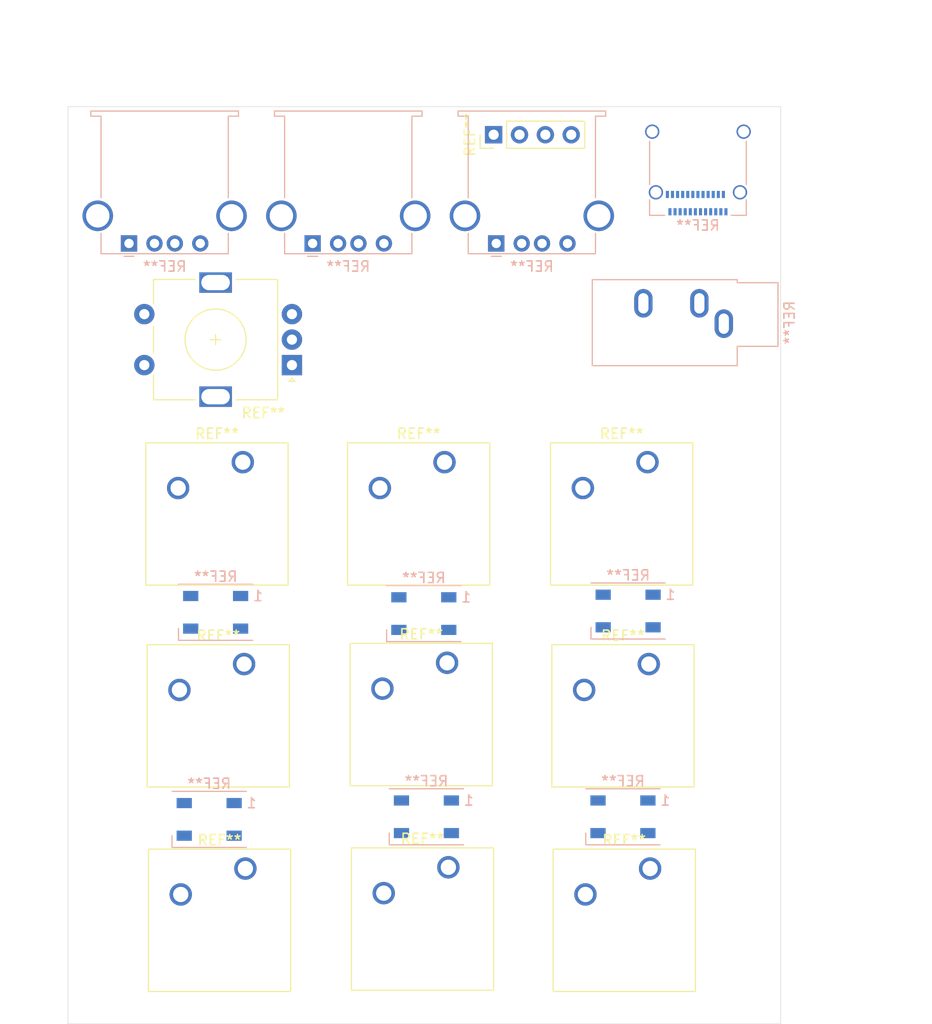
<source format=kicad_pcb>
(kicad_pcb (version 20171130) (host pcbnew "(5.1.5)-3")

  (general
    (thickness 1.6)
    (drawings 4)
    (tracks 0)
    (zones 0)
    (modules 22)
    (nets 1)
  )

  (page A4)
  (layers
    (0 F.Cu signal)
    (31 B.Cu signal)
    (32 B.Adhes user)
    (33 F.Adhes user)
    (34 B.Paste user)
    (35 F.Paste user)
    (36 B.SilkS user)
    (37 F.SilkS user)
    (38 B.Mask user)
    (39 F.Mask user)
    (40 Dwgs.User user)
    (41 Cmts.User user)
    (42 Eco1.User user)
    (43 Eco2.User user)
    (44 Edge.Cuts user)
    (45 Margin user)
    (46 B.CrtYd user)
    (47 F.CrtYd user)
    (48 B.Fab user)
    (49 F.Fab user)
  )

  (setup
    (last_trace_width 0.25)
    (trace_clearance 0.2)
    (zone_clearance 0.508)
    (zone_45_only no)
    (trace_min 0.2)
    (via_size 0.8)
    (via_drill 0.4)
    (via_min_size 0.4)
    (via_min_drill 0.3)
    (uvia_size 0.3)
    (uvia_drill 0.1)
    (uvias_allowed no)
    (uvia_min_size 0.2)
    (uvia_min_drill 0.1)
    (edge_width 0.05)
    (segment_width 0.2)
    (pcb_text_width 0.3)
    (pcb_text_size 1.5 1.5)
    (mod_edge_width 0.12)
    (mod_text_size 1 1)
    (mod_text_width 0.15)
    (pad_size 1.524 1.524)
    (pad_drill 0.762)
    (pad_to_mask_clearance 0.051)
    (solder_mask_min_width 0.25)
    (aux_axis_origin 0 0)
    (visible_elements 7FFFFFFF)
    (pcbplotparams
      (layerselection 0x010fc_ffffffff)
      (usegerberextensions false)
      (usegerberattributes false)
      (usegerberadvancedattributes false)
      (creategerberjobfile false)
      (excludeedgelayer true)
      (linewidth 0.100000)
      (plotframeref false)
      (viasonmask false)
      (mode 1)
      (useauxorigin false)
      (hpglpennumber 1)
      (hpglpenspeed 20)
      (hpglpendiameter 15.000000)
      (psnegative false)
      (psa4output false)
      (plotreference true)
      (plotvalue true)
      (plotinvisibletext false)
      (padsonsilk false)
      (subtractmaskfromsilk false)
      (outputformat 1)
      (mirror false)
      (drillshape 1)
      (scaleselection 1)
      (outputdirectory ""))
  )

  (net 0 "")

  (net_class Default "This is the default net class."
    (clearance 0.2)
    (trace_width 0.25)
    (via_dia 0.8)
    (via_drill 0.4)
    (uvia_dia 0.3)
    (uvia_drill 0.1)
  )

  (module Connector_Audio:Jack_3.5mm_CUI_SJ1-3533NG_Horizontal (layer B.Cu) (tedit 5BAD3514) (tstamp 5F5F0049)
    (at 147.32 87.122 90)
    (descr "TRS 3.5mm, horizontal, through-hole, https://www.cui.com/product/resource/sj1-353xng.pdf")
    (tags "TRS audio jack stereo horizontal")
    (fp_text reference REF** (at 0.1 6.45 -90) (layer B.SilkS)
      (effects (font (size 1 1) (thickness 0.15)) (justify mirror))
    )
    (fp_text value Jack_3.5mm_CUI_SJ1-3533NG_Horizontal (at 0.1 -14.05 -90) (layer B.Fab)
      (effects (font (size 1 1) (thickness 0.15)) (justify mirror))
    )
    (fp_text user %R (at 0.1 -3.8 -90) (layer B.Fab)
      (effects (font (size 1 1) (thickness 0.15)) (justify mirror))
    )
    (fp_line (start 4.7 5.7) (end -4.5 5.7) (layer B.CrtYd) (width 0.05))
    (fp_line (start 4.7 -13.3) (end 4.7 5.7) (layer B.CrtYd) (width 0.05))
    (fp_line (start -4.5 -13.3) (end 4.7 -13.3) (layer B.CrtYd) (width 0.05))
    (fp_line (start -4.5 5.7) (end -4.5 -13.3) (layer B.CrtYd) (width 0.05))
    (fp_line (start -2.22 1.32) (end -2.22 5.32) (layer B.SilkS) (width 0.12))
    (fp_line (start -4.12 1.32) (end -2.22 1.32) (layer B.SilkS) (width 0.12))
    (fp_line (start -4.12 -12.92) (end -4.12 1.32) (layer B.SilkS) (width 0.12))
    (fp_line (start 4.32 -12.92) (end -4.12 -12.92) (layer B.SilkS) (width 0.12))
    (fp_line (start 4.32 1.32) (end 4.32 -12.92) (layer B.SilkS) (width 0.12))
    (fp_line (start 4.02 1.32) (end 4.32 1.32) (layer B.SilkS) (width 0.12))
    (fp_line (start 4.02 5.32) (end 4.02 1.32) (layer B.SilkS) (width 0.12))
    (fp_line (start -2.22 5.32) (end 4.02 5.32) (layer B.SilkS) (width 0.12))
    (fp_line (start -2.1 1.2) (end -2.1 5.2) (layer B.Fab) (width 0.1))
    (fp_line (start -4 1.2) (end -2.1 1.2) (layer B.Fab) (width 0.1))
    (fp_line (start -4 -12.8) (end -4 1.2) (layer B.Fab) (width 0.1))
    (fp_line (start 4.2 -12.8) (end -4 -12.8) (layer B.Fab) (width 0.1))
    (fp_line (start 4.2 1.2) (end 4.2 -12.8) (layer B.Fab) (width 0.1))
    (fp_line (start 3.9 1.2) (end 4.2 1.2) (layer B.Fab) (width 0.1))
    (fp_line (start 3.9 5.2) (end 3.9 1.2) (layer B.Fab) (width 0.1))
    (fp_line (start -2.1 5.2) (end 3.9 5.2) (layer B.Fab) (width 0.1))
    (pad R thru_hole oval (at 2 -7.9 90) (size 2.8 1.8) (drill oval 2 1) (layers *.Cu *.Mask))
    (pad T thru_hole oval (at 2 -2.4 90) (size 2.8 1.8) (drill oval 2 1) (layers *.Cu *.Mask))
    (pad S thru_hole oval (at 0 0 90) (size 2.8 1.8) (drill oval 2 1) (layers *.Cu *.Mask))
    (model ${KISYS3DMOD}/Connector_Audio.3dshapes/Jack_3.5mm_CUI_SJ1-3533NG_Horizontal.wrl
      (at (xyz 0 0 0))
      (scale (xyz 1 1 1))
      (rotate (xyz 0 0 0))
    )
    (model "D:/PlumPot/Current Project/KeyPad MAcro/Step file/CUI_DEVICES_SJ1-3533NG/CUI_DEVICES_SJ1-3533NG.step"
      (offset (xyz 1 5 6.5))
      (scale (xyz 1 1 1))
      (rotate (xyz 0 -180 90))
    )
  )

  (module Connector_PinHeader_2.54mm:PinHeader_1x04_P2.54mm_Vertical (layer F.Cu) (tedit 59FED5CC) (tstamp 5F5EF71C)
    (at 124.714 68.58 90)
    (descr "Through hole straight pin header, 1x04, 2.54mm pitch, single row")
    (tags "Through hole pin header THT 1x04 2.54mm single row")
    (fp_text reference REF** (at 0 -2.33 90) (layer F.SilkS)
      (effects (font (size 1 1) (thickness 0.15)))
    )
    (fp_text value PinHeader_1x04_P2.54mm_Vertical (at 0 9.95 90) (layer F.Fab)
      (effects (font (size 1 1) (thickness 0.15)))
    )
    (fp_text user %R (at 0 3.81) (layer F.Fab)
      (effects (font (size 1 1) (thickness 0.15)))
    )
    (fp_line (start 1.8 -1.8) (end -1.8 -1.8) (layer F.CrtYd) (width 0.05))
    (fp_line (start 1.8 9.4) (end 1.8 -1.8) (layer F.CrtYd) (width 0.05))
    (fp_line (start -1.8 9.4) (end 1.8 9.4) (layer F.CrtYd) (width 0.05))
    (fp_line (start -1.8 -1.8) (end -1.8 9.4) (layer F.CrtYd) (width 0.05))
    (fp_line (start -1.33 -1.33) (end 0 -1.33) (layer F.SilkS) (width 0.12))
    (fp_line (start -1.33 0) (end -1.33 -1.33) (layer F.SilkS) (width 0.12))
    (fp_line (start -1.33 1.27) (end 1.33 1.27) (layer F.SilkS) (width 0.12))
    (fp_line (start 1.33 1.27) (end 1.33 8.95) (layer F.SilkS) (width 0.12))
    (fp_line (start -1.33 1.27) (end -1.33 8.95) (layer F.SilkS) (width 0.12))
    (fp_line (start -1.33 8.95) (end 1.33 8.95) (layer F.SilkS) (width 0.12))
    (fp_line (start -1.27 -0.635) (end -0.635 -1.27) (layer F.Fab) (width 0.1))
    (fp_line (start -1.27 8.89) (end -1.27 -0.635) (layer F.Fab) (width 0.1))
    (fp_line (start 1.27 8.89) (end -1.27 8.89) (layer F.Fab) (width 0.1))
    (fp_line (start 1.27 -1.27) (end 1.27 8.89) (layer F.Fab) (width 0.1))
    (fp_line (start -0.635 -1.27) (end 1.27 -1.27) (layer F.Fab) (width 0.1))
    (pad 4 thru_hole oval (at 0 7.62 90) (size 1.7 1.7) (drill 1) (layers *.Cu *.Mask))
    (pad 3 thru_hole oval (at 0 5.08 90) (size 1.7 1.7) (drill 1) (layers *.Cu *.Mask))
    (pad 2 thru_hole oval (at 0 2.54 90) (size 1.7 1.7) (drill 1) (layers *.Cu *.Mask))
    (pad 1 thru_hole rect (at 0 0 90) (size 1.7 1.7) (drill 1) (layers *.Cu *.Mask))
    (model "D:/PlumPot/Current Project/KeyPad MAcro/Step file/oled-16.snapshot.1/128x64I2COLEDDisplayAdafruit.step"
      (offset (xyz -7 -38.5 4.5))
      (scale (xyz 1 1 1))
      (rotate (xyz 0 0 90))
    )
  )

  (module Connector_USB:USB_A_Stewart_SS-52100-001_Horizontal (layer B.Cu) (tedit 5CB49A87) (tstamp 5F5EEFB0)
    (at 88.9 79.248)
    (descr "USB A connector https://belfuse.com/resources/drawings/stewartconnector/dr-stw-ss-52100-001.pdf")
    (tags "USB_A Female Connector receptacle")
    (fp_text reference REF** (at 3.5 2.26) (layer B.SilkS)
      (effects (font (size 1 1) (thickness 0.15)) (justify mirror))
    )
    (fp_text value USB_A_Stewart_SS-52100-001_Horizontal (at 3.5 -14.49) (layer B.Fab)
      (effects (font (size 1 1) (thickness 0.15)) (justify mirror))
    )
    (fp_line (start 10.25 -4.74) (end 11.25 -4.74) (layer B.CrtYd) (width 0.05))
    (fp_line (start 10.25 -11.99) (end 10.25 -4.74) (layer B.CrtYd) (width 0.05))
    (fp_line (start 11.25 -11.99) (end 10.25 -11.99) (layer B.CrtYd) (width 0.05))
    (fp_line (start 11.25 -13.49) (end 11.25 -11.99) (layer B.CrtYd) (width 0.05))
    (fp_line (start -4.25 -13.49) (end 11.25 -13.49) (layer B.CrtYd) (width 0.05))
    (fp_line (start -4.25 -11.99) (end -4.25 -13.49) (layer B.CrtYd) (width 0.05))
    (fp_line (start -3.25 -11.99) (end -4.25 -11.99) (layer B.CrtYd) (width 0.05))
    (fp_line (start -3.25 -4.74) (end -3.25 -11.99) (layer B.CrtYd) (width 0.05))
    (fp_line (start 0 0.76) (end 0.25 1.01) (layer B.Fab) (width 0.1))
    (fp_line (start -0.25 1.01) (end 0 0.76) (layer B.Fab) (width 0.1))
    (fp_line (start -0.5 1.26) (end 0.5 1.26) (layer B.SilkS) (width 0.12))
    (fp_line (start -3.75 -12.49) (end -3.75 -12.99) (layer B.SilkS) (width 0.12))
    (fp_line (start -2.75 -12.49) (end -3.75 -12.49) (layer B.SilkS) (width 0.12))
    (fp_line (start -2.75 -4.49) (end -2.75 -12.49) (layer B.SilkS) (width 0.12))
    (fp_line (start -2.75 1.01) (end -2.75 -0.99) (layer B.SilkS) (width 0.12))
    (fp_line (start 9.75 1.01) (end -2.75 1.01) (layer B.SilkS) (width 0.12))
    (fp_line (start 9.75 -0.99) (end 9.75 1.01) (layer B.SilkS) (width 0.12))
    (fp_line (start 9.75 -12.49) (end 9.75 -4.49) (layer B.SilkS) (width 0.12))
    (fp_line (start 10.75 -12.49) (end 9.75 -12.49) (layer B.SilkS) (width 0.12))
    (fp_line (start 10.75 -12.99) (end 10.75 -12.49) (layer B.SilkS) (width 0.12))
    (fp_line (start -3.75 -12.99) (end 10.75 -12.99) (layer B.SilkS) (width 0.12))
    (fp_text user %R (at 3.5 -5.99) (layer B.Fab)
      (effects (font (size 1 1) (thickness 0.15)) (justify mirror))
    )
    (fp_line (start 9.75 -12.49) (end 9.75 1.01) (layer B.Fab) (width 0.1))
    (fp_line (start -2.75 1.01) (end 9.75 1.01) (layer B.Fab) (width 0.1))
    (fp_line (start -2.75 -12.49) (end -2.75 1.01) (layer B.Fab) (width 0.1))
    (fp_line (start -3.75 -12.99) (end 10.75 -12.99) (layer B.Fab) (width 0.1))
    (fp_line (start -3.75 -12.99) (end -3.75 -12.49) (layer B.Fab) (width 0.1))
    (fp_line (start -3.75 -12.49) (end -2.75 -12.49) (layer B.Fab) (width 0.1))
    (fp_line (start 9.75 -12.49) (end 10.75 -12.49) (layer B.Fab) (width 0.1))
    (fp_line (start 10.75 -12.49) (end 10.75 -12.99) (layer B.Fab) (width 0.1))
    (fp_line (start 12.15 -1.99) (end 11.25 -0.69) (layer B.CrtYd) (width 0.05))
    (fp_line (start 10.25 -0.69) (end 11.25 -0.69) (layer B.CrtYd) (width 0.05))
    (fp_line (start 12.15 -1.99) (end 12.15 -3.44) (layer B.CrtYd) (width 0.05))
    (fp_line (start 10.25 -0.69) (end 10.25 1.51) (layer B.CrtYd) (width 0.05))
    (fp_line (start 10.25 1.51) (end -3.25 1.51) (layer B.CrtYd) (width 0.05))
    (fp_line (start -3.25 -0.69) (end -3.25 1.51) (layer B.CrtYd) (width 0.05))
    (fp_line (start 12.15 -3.44) (end 11.25 -4.74) (layer B.CrtYd) (width 0.05))
    (fp_line (start -3.25 -0.69) (end -4.25 -0.69) (layer B.CrtYd) (width 0.05))
    (fp_line (start -5.15 -3.44) (end -4.25 -4.74) (layer B.CrtYd) (width 0.05))
    (fp_line (start -3.25 -4.74) (end -4.25 -4.74) (layer B.CrtYd) (width 0.05))
    (fp_line (start -5.15 -3.44) (end -5.15 -1.99) (layer B.CrtYd) (width 0.05))
    (fp_line (start -5.15 -1.99) (end -4.25 -0.69) (layer B.CrtYd) (width 0.05))
    (pad 5 thru_hole circle (at 10.07 -2.71) (size 3 3) (drill 2.3) (layers *.Cu *.Mask))
    (pad 5 thru_hole circle (at -3.07 -2.71) (size 3 3) (drill 2.3) (layers *.Cu *.Mask))
    (pad 1 thru_hole rect (at 0 0) (size 1.6 1.6) (drill 0.92) (layers *.Cu *.Mask))
    (pad 2 thru_hole circle (at 2.5 0) (size 1.6 1.6) (drill 0.92) (layers *.Cu *.Mask))
    (pad 3 thru_hole circle (at 4.5 0) (size 1.6 1.6) (drill 0.92) (layers *.Cu *.Mask))
    (pad 4 thru_hole circle (at 7 0) (size 1.6 1.6) (drill 0.92) (layers *.Cu *.Mask))
    (model ${KISYS3DMOD}/Connector_USB.3dshapes/USB_A_Stewart_SS-52100-001_Horizontal.wrl
      (at (xyz 0 0 0))
      (scale (xyz 1 1 1))
      (rotate (xyz 0 0 0))
    )
    (model "D:/PlumPot/Current Project/KeyPad MAcro/Step file/female-usb-type-a-connector-pcb-thru-hole-1.snapshot.4/femaleThruHoleUSB.stp"
      (offset (xyz 3.5 -12.5 4.5))
      (scale (xyz 1 1 1))
      (rotate (xyz 180 180 -180))
    )
  )

  (module Connector_USB:USB_A_Stewart_SS-52100-001_Horizontal (layer B.Cu) (tedit 5CB49A87) (tstamp 5F5EEFB0)
    (at 106.934 79.248)
    (descr "USB A connector https://belfuse.com/resources/drawings/stewartconnector/dr-stw-ss-52100-001.pdf")
    (tags "USB_A Female Connector receptacle")
    (fp_text reference REF** (at 3.5 2.26) (layer B.SilkS)
      (effects (font (size 1 1) (thickness 0.15)) (justify mirror))
    )
    (fp_text value USB_A_Stewart_SS-52100-001_Horizontal (at 3.5 -14.49) (layer B.Fab)
      (effects (font (size 1 1) (thickness 0.15)) (justify mirror))
    )
    (fp_line (start 10.25 -4.74) (end 11.25 -4.74) (layer B.CrtYd) (width 0.05))
    (fp_line (start 10.25 -11.99) (end 10.25 -4.74) (layer B.CrtYd) (width 0.05))
    (fp_line (start 11.25 -11.99) (end 10.25 -11.99) (layer B.CrtYd) (width 0.05))
    (fp_line (start 11.25 -13.49) (end 11.25 -11.99) (layer B.CrtYd) (width 0.05))
    (fp_line (start -4.25 -13.49) (end 11.25 -13.49) (layer B.CrtYd) (width 0.05))
    (fp_line (start -4.25 -11.99) (end -4.25 -13.49) (layer B.CrtYd) (width 0.05))
    (fp_line (start -3.25 -11.99) (end -4.25 -11.99) (layer B.CrtYd) (width 0.05))
    (fp_line (start -3.25 -4.74) (end -3.25 -11.99) (layer B.CrtYd) (width 0.05))
    (fp_line (start 0 0.76) (end 0.25 1.01) (layer B.Fab) (width 0.1))
    (fp_line (start -0.25 1.01) (end 0 0.76) (layer B.Fab) (width 0.1))
    (fp_line (start -0.5 1.26) (end 0.5 1.26) (layer B.SilkS) (width 0.12))
    (fp_line (start -3.75 -12.49) (end -3.75 -12.99) (layer B.SilkS) (width 0.12))
    (fp_line (start -2.75 -12.49) (end -3.75 -12.49) (layer B.SilkS) (width 0.12))
    (fp_line (start -2.75 -4.49) (end -2.75 -12.49) (layer B.SilkS) (width 0.12))
    (fp_line (start -2.75 1.01) (end -2.75 -0.99) (layer B.SilkS) (width 0.12))
    (fp_line (start 9.75 1.01) (end -2.75 1.01) (layer B.SilkS) (width 0.12))
    (fp_line (start 9.75 -0.99) (end 9.75 1.01) (layer B.SilkS) (width 0.12))
    (fp_line (start 9.75 -12.49) (end 9.75 -4.49) (layer B.SilkS) (width 0.12))
    (fp_line (start 10.75 -12.49) (end 9.75 -12.49) (layer B.SilkS) (width 0.12))
    (fp_line (start 10.75 -12.99) (end 10.75 -12.49) (layer B.SilkS) (width 0.12))
    (fp_line (start -3.75 -12.99) (end 10.75 -12.99) (layer B.SilkS) (width 0.12))
    (fp_text user %R (at 3.5 -5.99) (layer B.Fab)
      (effects (font (size 1 1) (thickness 0.15)) (justify mirror))
    )
    (fp_line (start 9.75 -12.49) (end 9.75 1.01) (layer B.Fab) (width 0.1))
    (fp_line (start -2.75 1.01) (end 9.75 1.01) (layer B.Fab) (width 0.1))
    (fp_line (start -2.75 -12.49) (end -2.75 1.01) (layer B.Fab) (width 0.1))
    (fp_line (start -3.75 -12.99) (end 10.75 -12.99) (layer B.Fab) (width 0.1))
    (fp_line (start -3.75 -12.99) (end -3.75 -12.49) (layer B.Fab) (width 0.1))
    (fp_line (start -3.75 -12.49) (end -2.75 -12.49) (layer B.Fab) (width 0.1))
    (fp_line (start 9.75 -12.49) (end 10.75 -12.49) (layer B.Fab) (width 0.1))
    (fp_line (start 10.75 -12.49) (end 10.75 -12.99) (layer B.Fab) (width 0.1))
    (fp_line (start 12.15 -1.99) (end 11.25 -0.69) (layer B.CrtYd) (width 0.05))
    (fp_line (start 10.25 -0.69) (end 11.25 -0.69) (layer B.CrtYd) (width 0.05))
    (fp_line (start 12.15 -1.99) (end 12.15 -3.44) (layer B.CrtYd) (width 0.05))
    (fp_line (start 10.25 -0.69) (end 10.25 1.51) (layer B.CrtYd) (width 0.05))
    (fp_line (start 10.25 1.51) (end -3.25 1.51) (layer B.CrtYd) (width 0.05))
    (fp_line (start -3.25 -0.69) (end -3.25 1.51) (layer B.CrtYd) (width 0.05))
    (fp_line (start 12.15 -3.44) (end 11.25 -4.74) (layer B.CrtYd) (width 0.05))
    (fp_line (start -3.25 -0.69) (end -4.25 -0.69) (layer B.CrtYd) (width 0.05))
    (fp_line (start -5.15 -3.44) (end -4.25 -4.74) (layer B.CrtYd) (width 0.05))
    (fp_line (start -3.25 -4.74) (end -4.25 -4.74) (layer B.CrtYd) (width 0.05))
    (fp_line (start -5.15 -3.44) (end -5.15 -1.99) (layer B.CrtYd) (width 0.05))
    (fp_line (start -5.15 -1.99) (end -4.25 -0.69) (layer B.CrtYd) (width 0.05))
    (pad 5 thru_hole circle (at 10.07 -2.71) (size 3 3) (drill 2.3) (layers *.Cu *.Mask))
    (pad 5 thru_hole circle (at -3.07 -2.71) (size 3 3) (drill 2.3) (layers *.Cu *.Mask))
    (pad 1 thru_hole rect (at 0 0) (size 1.6 1.6) (drill 0.92) (layers *.Cu *.Mask))
    (pad 2 thru_hole circle (at 2.5 0) (size 1.6 1.6) (drill 0.92) (layers *.Cu *.Mask))
    (pad 3 thru_hole circle (at 4.5 0) (size 1.6 1.6) (drill 0.92) (layers *.Cu *.Mask))
    (pad 4 thru_hole circle (at 7 0) (size 1.6 1.6) (drill 0.92) (layers *.Cu *.Mask))
    (model ${KISYS3DMOD}/Connector_USB.3dshapes/USB_A_Stewart_SS-52100-001_Horizontal.wrl
      (at (xyz 0 0 0))
      (scale (xyz 1 1 1))
      (rotate (xyz 0 0 0))
    )
    (model "D:/PlumPot/Current Project/KeyPad MAcro/Step file/female-usb-type-a-connector-pcb-thru-hole-1.snapshot.4/femaleThruHoleUSB.stp"
      (offset (xyz 3.5 -12.5 4.5))
      (scale (xyz 1 1 1))
      (rotate (xyz 180 180 -180))
    )
  )

  (module Connector_USB:USB_A_Stewart_SS-52100-001_Horizontal (layer B.Cu) (tedit 5CB49A87) (tstamp 5F5EDB14)
    (at 124.968 79.248)
    (descr "USB A connector https://belfuse.com/resources/drawings/stewartconnector/dr-stw-ss-52100-001.pdf")
    (tags "USB_A Female Connector receptacle")
    (fp_text reference REF** (at 3.5 2.26) (layer B.SilkS)
      (effects (font (size 1 1) (thickness 0.15)) (justify mirror))
    )
    (fp_text value USB_A_Stewart_SS-52100-001_Horizontal (at 3.5 -14.49) (layer B.Fab)
      (effects (font (size 1 1) (thickness 0.15)) (justify mirror))
    )
    (fp_line (start -5.15 -1.99) (end -4.25 -0.69) (layer B.CrtYd) (width 0.05))
    (fp_line (start -5.15 -3.44) (end -5.15 -1.99) (layer B.CrtYd) (width 0.05))
    (fp_line (start -3.25 -4.74) (end -4.25 -4.74) (layer B.CrtYd) (width 0.05))
    (fp_line (start -5.15 -3.44) (end -4.25 -4.74) (layer B.CrtYd) (width 0.05))
    (fp_line (start -3.25 -0.69) (end -4.25 -0.69) (layer B.CrtYd) (width 0.05))
    (fp_line (start 12.15 -3.44) (end 11.25 -4.74) (layer B.CrtYd) (width 0.05))
    (fp_line (start -3.25 -0.69) (end -3.25 1.51) (layer B.CrtYd) (width 0.05))
    (fp_line (start 10.25 1.51) (end -3.25 1.51) (layer B.CrtYd) (width 0.05))
    (fp_line (start 10.25 -0.69) (end 10.25 1.51) (layer B.CrtYd) (width 0.05))
    (fp_line (start 12.15 -1.99) (end 12.15 -3.44) (layer B.CrtYd) (width 0.05))
    (fp_line (start 10.25 -0.69) (end 11.25 -0.69) (layer B.CrtYd) (width 0.05))
    (fp_line (start 12.15 -1.99) (end 11.25 -0.69) (layer B.CrtYd) (width 0.05))
    (fp_line (start 10.75 -12.49) (end 10.75 -12.99) (layer B.Fab) (width 0.1))
    (fp_line (start 9.75 -12.49) (end 10.75 -12.49) (layer B.Fab) (width 0.1))
    (fp_line (start -3.75 -12.49) (end -2.75 -12.49) (layer B.Fab) (width 0.1))
    (fp_line (start -3.75 -12.99) (end -3.75 -12.49) (layer B.Fab) (width 0.1))
    (fp_line (start -3.75 -12.99) (end 10.75 -12.99) (layer B.Fab) (width 0.1))
    (fp_line (start -2.75 -12.49) (end -2.75 1.01) (layer B.Fab) (width 0.1))
    (fp_line (start -2.75 1.01) (end 9.75 1.01) (layer B.Fab) (width 0.1))
    (fp_line (start 9.75 -12.49) (end 9.75 1.01) (layer B.Fab) (width 0.1))
    (fp_text user %R (at 3.5 -5.99) (layer B.Fab)
      (effects (font (size 1 1) (thickness 0.15)) (justify mirror))
    )
    (fp_line (start -3.75 -12.99) (end 10.75 -12.99) (layer B.SilkS) (width 0.12))
    (fp_line (start 10.75 -12.99) (end 10.75 -12.49) (layer B.SilkS) (width 0.12))
    (fp_line (start 10.75 -12.49) (end 9.75 -12.49) (layer B.SilkS) (width 0.12))
    (fp_line (start 9.75 -12.49) (end 9.75 -4.49) (layer B.SilkS) (width 0.12))
    (fp_line (start 9.75 -0.99) (end 9.75 1.01) (layer B.SilkS) (width 0.12))
    (fp_line (start 9.75 1.01) (end -2.75 1.01) (layer B.SilkS) (width 0.12))
    (fp_line (start -2.75 1.01) (end -2.75 -0.99) (layer B.SilkS) (width 0.12))
    (fp_line (start -2.75 -4.49) (end -2.75 -12.49) (layer B.SilkS) (width 0.12))
    (fp_line (start -2.75 -12.49) (end -3.75 -12.49) (layer B.SilkS) (width 0.12))
    (fp_line (start -3.75 -12.49) (end -3.75 -12.99) (layer B.SilkS) (width 0.12))
    (fp_line (start -0.5 1.26) (end 0.5 1.26) (layer B.SilkS) (width 0.12))
    (fp_line (start -0.25 1.01) (end 0 0.76) (layer B.Fab) (width 0.1))
    (fp_line (start 0 0.76) (end 0.25 1.01) (layer B.Fab) (width 0.1))
    (fp_line (start -3.25 -4.74) (end -3.25 -11.99) (layer B.CrtYd) (width 0.05))
    (fp_line (start -3.25 -11.99) (end -4.25 -11.99) (layer B.CrtYd) (width 0.05))
    (fp_line (start -4.25 -11.99) (end -4.25 -13.49) (layer B.CrtYd) (width 0.05))
    (fp_line (start -4.25 -13.49) (end 11.25 -13.49) (layer B.CrtYd) (width 0.05))
    (fp_line (start 11.25 -13.49) (end 11.25 -11.99) (layer B.CrtYd) (width 0.05))
    (fp_line (start 11.25 -11.99) (end 10.25 -11.99) (layer B.CrtYd) (width 0.05))
    (fp_line (start 10.25 -11.99) (end 10.25 -4.74) (layer B.CrtYd) (width 0.05))
    (fp_line (start 10.25 -4.74) (end 11.25 -4.74) (layer B.CrtYd) (width 0.05))
    (pad 4 thru_hole circle (at 7 0) (size 1.6 1.6) (drill 0.92) (layers *.Cu *.Mask))
    (pad 3 thru_hole circle (at 4.5 0) (size 1.6 1.6) (drill 0.92) (layers *.Cu *.Mask))
    (pad 2 thru_hole circle (at 2.5 0) (size 1.6 1.6) (drill 0.92) (layers *.Cu *.Mask))
    (pad 1 thru_hole rect (at 0 0) (size 1.6 1.6) (drill 0.92) (layers *.Cu *.Mask))
    (pad 5 thru_hole circle (at -3.07 -2.71) (size 3 3) (drill 2.3) (layers *.Cu *.Mask))
    (pad 5 thru_hole circle (at 10.07 -2.71) (size 3 3) (drill 2.3) (layers *.Cu *.Mask))
    (model ${KISYS3DMOD}/Connector_USB.3dshapes/USB_A_Stewart_SS-52100-001_Horizontal.wrl
      (at (xyz 0 0 0))
      (scale (xyz 1 1 1))
      (rotate (xyz 0 0 0))
    )
    (model "D:/PlumPot/Current Project/KeyPad MAcro/Step file/female-usb-type-a-connector-pcb-thru-hole-1.snapshot.4/femaleThruHoleUSB.stp"
      (offset (xyz 3.5 -12.5 4.5))
      (scale (xyz 1 1 1))
      (rotate (xyz 180 180 -180))
    )
  )

  (module Rotary_Encoder:RotaryEncoder_Alps_EC11E-Switch_Vertical_H20mm (layer F.Cu) (tedit 5A74C8CB) (tstamp 5F5EC978)
    (at 104.902 91.186 180)
    (descr "Alps rotary encoder, EC12E... with switch, vertical shaft, http://www.alps.com/prod/info/E/HTML/Encoder/Incremental/EC11/EC11E15204A3.html")
    (tags "rotary encoder")
    (fp_text reference REF** (at 2.8 -4.7) (layer F.SilkS)
      (effects (font (size 1 1) (thickness 0.15)))
    )
    (fp_text value RotaryEncoder_Alps_EC11E-Switch_Vertical_H20mm (at 7.5 10.4) (layer F.Fab)
      (effects (font (size 1 1) (thickness 0.15)))
    )
    (fp_circle (center 7.5 2.5) (end 10.5 2.5) (layer F.Fab) (width 0.12))
    (fp_circle (center 7.5 2.5) (end 10.5 2.5) (layer F.SilkS) (width 0.12))
    (fp_line (start 16 9.6) (end -1.5 9.6) (layer F.CrtYd) (width 0.05))
    (fp_line (start 16 9.6) (end 16 -4.6) (layer F.CrtYd) (width 0.05))
    (fp_line (start -1.5 -4.6) (end -1.5 9.6) (layer F.CrtYd) (width 0.05))
    (fp_line (start -1.5 -4.6) (end 16 -4.6) (layer F.CrtYd) (width 0.05))
    (fp_line (start 2.5 -3.3) (end 13.5 -3.3) (layer F.Fab) (width 0.12))
    (fp_line (start 13.5 -3.3) (end 13.5 8.3) (layer F.Fab) (width 0.12))
    (fp_line (start 13.5 8.3) (end 1.5 8.3) (layer F.Fab) (width 0.12))
    (fp_line (start 1.5 8.3) (end 1.5 -2.2) (layer F.Fab) (width 0.12))
    (fp_line (start 1.5 -2.2) (end 2.5 -3.3) (layer F.Fab) (width 0.12))
    (fp_line (start 9.5 -3.4) (end 13.6 -3.4) (layer F.SilkS) (width 0.12))
    (fp_line (start 13.6 8.4) (end 9.5 8.4) (layer F.SilkS) (width 0.12))
    (fp_line (start 5.5 8.4) (end 1.4 8.4) (layer F.SilkS) (width 0.12))
    (fp_line (start 5.5 -3.4) (end 1.4 -3.4) (layer F.SilkS) (width 0.12))
    (fp_line (start 1.4 -3.4) (end 1.4 8.4) (layer F.SilkS) (width 0.12))
    (fp_line (start 0 -1.3) (end -0.3 -1.6) (layer F.SilkS) (width 0.12))
    (fp_line (start -0.3 -1.6) (end 0.3 -1.6) (layer F.SilkS) (width 0.12))
    (fp_line (start 0.3 -1.6) (end 0 -1.3) (layer F.SilkS) (width 0.12))
    (fp_line (start 7.5 -0.5) (end 7.5 5.5) (layer F.Fab) (width 0.12))
    (fp_line (start 4.5 2.5) (end 10.5 2.5) (layer F.Fab) (width 0.12))
    (fp_line (start 13.6 -3.4) (end 13.6 -1) (layer F.SilkS) (width 0.12))
    (fp_line (start 13.6 1.2) (end 13.6 3.8) (layer F.SilkS) (width 0.12))
    (fp_line (start 13.6 6) (end 13.6 8.4) (layer F.SilkS) (width 0.12))
    (fp_line (start 7.5 2) (end 7.5 3) (layer F.SilkS) (width 0.12))
    (fp_line (start 7 2.5) (end 8 2.5) (layer F.SilkS) (width 0.12))
    (fp_text user %R (at 11.1 6.3) (layer F.Fab)
      (effects (font (size 1 1) (thickness 0.15)))
    )
    (pad A thru_hole rect (at 0 0 180) (size 2 2) (drill 1) (layers *.Cu *.Mask))
    (pad C thru_hole circle (at 0 2.5 180) (size 2 2) (drill 1) (layers *.Cu *.Mask))
    (pad B thru_hole circle (at 0 5 180) (size 2 2) (drill 1) (layers *.Cu *.Mask))
    (pad MP thru_hole rect (at 7.5 -3.1 180) (size 3.2 2) (drill oval 2.8 1.5) (layers *.Cu *.Mask))
    (pad MP thru_hole rect (at 7.5 8.1 180) (size 3.2 2) (drill oval 2.8 1.5) (layers *.Cu *.Mask))
    (pad S2 thru_hole circle (at 14.5 0 180) (size 2 2) (drill 1) (layers *.Cu *.Mask))
    (pad S1 thru_hole circle (at 14.5 5 180) (size 2 2) (drill 1) (layers *.Cu *.Mask))
    (model ${KISYS3DMOD}/Rotary_Encoder.3dshapes/RotaryEncoder_Alps_EC11E-Switch_Vertical_H20mm.wrl
      (at (xyz 0 0 0))
      (scale (xyz 1 1 1))
      (rotate (xyz 0 0 0))
    )
    (model "D:/PlumPot/Current Project/KeyPad MAcro/Step file/ec11-rotary-encoder-with-switch-1.snapshot.6/EC11_Rotary_Encoder_Switched.step"
      (offset (xyz 7.5 -2.5 0))
      (scale (xyz 1 1 1))
      (rotate (xyz 0 0 90))
    )
  )

  (module Connector_USB:USB_C_Receptacle_Amphenol_12401610E4-2A_CircularHoles (layer B.Cu) (tedit 5A142044) (tstamp 5F5EA242)
    (at 144.78 71.12)
    (descr "USB TYPE C, RA RCPT PCB, SMT, https://www.amphenolcanada.com/StockAvailabilityPrice.aspx?From=&PartNum=12401610E4%7e2A")
    (tags "USB C Type-C Receptacle SMD")
    (attr smd)
    (fp_text reference REF** (at 0 6.36) (layer B.SilkS)
      (effects (font (size 1 1) (thickness 0.15)) (justify mirror))
    )
    (fp_text value USB_C_Receptacle_Amphenol_12401610E4-2A_CircularHoles (at 0 -6.14) (layer B.Fab)
      (effects (font (size 1 1) (thickness 0.15)) (justify mirror))
    )
    (fp_line (start -4.75 2.35) (end -4.75 -1.89) (layer B.SilkS) (width 0.12))
    (fp_line (start 4.75 5.37) (end 4.75 3.85) (layer B.SilkS) (width 0.12))
    (fp_line (start 4.75 2.35) (end 4.75 -1.89) (layer B.SilkS) (width 0.12))
    (fp_line (start -4.6 -5.23) (end -4.6 5.22) (layer B.Fab) (width 0.1))
    (fp_line (start -4.6 5.22) (end 4.6 5.22) (layer B.Fab) (width 0.1))
    (fp_line (start -4.75 5.37) (end -3.25 5.37) (layer B.SilkS) (width 0.12))
    (fp_line (start -4.75 5.37) (end -4.75 3.85) (layer B.SilkS) (width 0.12))
    (fp_line (start 3.25 5.37) (end 4.75 5.37) (layer B.SilkS) (width 0.12))
    (fp_line (start -4.6 -5.23) (end 4.6 -5.23) (layer B.Fab) (width 0.1))
    (fp_line (start 4.6 -5.23) (end 4.6 5.22) (layer B.Fab) (width 0.1))
    (fp_line (start -5.69 5.87) (end 5.69 5.87) (layer B.CrtYd) (width 0.05))
    (fp_line (start 5.69 5.87) (end 5.69 -5.73) (layer B.CrtYd) (width 0.05))
    (fp_line (start 5.69 -5.73) (end -5.69 -5.73) (layer B.CrtYd) (width 0.05))
    (fp_line (start -5.69 -5.73) (end -5.69 5.87) (layer B.CrtYd) (width 0.05))
    (fp_text user %R (at 0 0) (layer B.Fab)
      (effects (font (size 1 1) (thickness 0.1)) (justify mirror))
    )
    (pad B12 smd rect (at -3 3.32) (size 0.3 0.7) (layers B.Cu B.Paste B.Mask))
    (pad B11 smd rect (at -2.5 3.32) (size 0.3 0.7) (layers B.Cu B.Paste B.Mask))
    (pad B10 smd rect (at -2 3.32) (size 0.3 0.7) (layers B.Cu B.Paste B.Mask))
    (pad B9 smd rect (at -1.5 3.32) (size 0.3 0.7) (layers B.Cu B.Paste B.Mask))
    (pad B8 smd rect (at -1 3.32) (size 0.3 0.7) (layers B.Cu B.Paste B.Mask))
    (pad B7 smd rect (at -0.5 3.32) (size 0.3 0.7) (layers B.Cu B.Paste B.Mask))
    (pad B6 smd rect (at 0 3.32) (size 0.3 0.7) (layers B.Cu B.Paste B.Mask))
    (pad B5 smd rect (at 0.5 3.32) (size 0.3 0.7) (layers B.Cu B.Paste B.Mask))
    (pad B4 smd rect (at 1 3.32) (size 0.3 0.7) (layers B.Cu B.Paste B.Mask))
    (pad B3 smd rect (at 1.5 3.32) (size 0.3 0.7) (layers B.Cu B.Paste B.Mask))
    (pad B2 smd rect (at 2 3.32) (size 0.3 0.7) (layers B.Cu B.Paste B.Mask))
    (pad "" np_thru_hole circle (at -3.6 4.36) (size 0.65 0.65) (drill 0.65) (layers *.Cu *.Mask))
    (pad "" np_thru_hole circle (at 3.6 4.36) (size 0.95 0.95) (drill 0.95) (layers *.Cu *.Mask))
    (pad S1 thru_hole circle (at -4.49 -2.84) (size 1.4 1.4) (drill 1.1) (layers *.Cu *.Mask))
    (pad S1 thru_hole circle (at 4.49 -2.84) (size 1.4 1.4) (drill 1.1) (layers *.Cu *.Mask))
    (pad S1 thru_hole circle (at 4.13 3.11) (size 1.4 1.4) (drill 1.1) (layers *.Cu *.Mask))
    (pad B1 smd rect (at 2.5 3.32) (size 0.3 0.7) (layers B.Cu B.Paste B.Mask))
    (pad A11 smd rect (at 2.25 5.02) (size 0.3 0.7) (layers B.Cu B.Paste B.Mask))
    (pad A8 smd rect (at 0.75 5.02) (size 0.3 0.7) (layers B.Cu B.Paste B.Mask))
    (pad A9 smd rect (at 1.25 5.02) (size 0.3 0.7) (layers B.Cu B.Paste B.Mask))
    (pad A10 smd rect (at 1.75 5.02) (size 0.3 0.7) (layers B.Cu B.Paste B.Mask))
    (pad A12 smd rect (at 2.75 5.02) (size 0.3 0.7) (layers B.Cu B.Paste B.Mask))
    (pad A7 smd rect (at 0.25 5.02) (size 0.3 0.7) (layers B.Cu B.Paste B.Mask))
    (pad A6 smd rect (at -0.25 5.02) (size 0.3 0.7) (layers B.Cu B.Paste B.Mask))
    (pad A5 smd rect (at -0.75 5.02) (size 0.3 0.7) (layers B.Cu B.Paste B.Mask))
    (pad A4 smd rect (at -1.25 5.02) (size 0.3 0.7) (layers B.Cu B.Paste B.Mask))
    (pad A3 smd rect (at -1.75 5.02) (size 0.3 0.7) (layers B.Cu B.Paste B.Mask))
    (pad A2 smd rect (at -2.25 5.02) (size 0.3 0.7) (layers B.Cu B.Paste B.Mask))
    (pad A1 smd rect (at -2.75 5.02) (size 0.3 0.7) (layers B.Cu B.Paste B.Mask))
    (pad S1 thru_hole circle (at -4.13 3.11) (size 1.4 1.4) (drill 1.1) (layers *.Cu *.Mask))
    (model ${KISYS3DMOD}/Connector_USB.3dshapes/USB_C_Receptacle_Amphenol_12401610E4-2A.wrl
      (at (xyz 0 0 0))
      (scale (xyz 1 1 1))
      (rotate (xyz 0 0 0))
    )
    (model "D:/PlumPot/Current Project/KeyPad MAcro/Step file/M-12401610E4#2A-REVT2.stp"
      (offset (xyz 0 -5.5 1.5))
      (scale (xyz 1 1 1))
      (rotate (xyz 0 0 90))
    )
  )

  (module LED_SMD:LED_WS2812B_PLCC4_5.0x5.0mm_P3.2mm (layer B.Cu) (tedit 5AA4B285) (tstamp 5F5E85C3)
    (at 96.774 135.763 180)
    (descr https://cdn-shop.adafruit.com/datasheets/WS2812B.pdf)
    (tags "LED RGB NeoPixel")
    (attr smd)
    (fp_text reference REF** (at 0 3.5) (layer B.SilkS)
      (effects (font (size 1 1) (thickness 0.15)) (justify mirror))
    )
    (fp_text value LED_WS2812B_PLCC4_5.0x5.0mm_P3.2mm (at 0 -4) (layer B.Fab)
      (effects (font (size 1 1) (thickness 0.15)) (justify mirror))
    )
    (fp_text user 1 (at -4.15 1.6) (layer B.SilkS)
      (effects (font (size 1 1) (thickness 0.15)) (justify mirror))
    )
    (fp_text user %R (at 0 0) (layer B.Fab)
      (effects (font (size 0.8 0.8) (thickness 0.15)) (justify mirror))
    )
    (fp_line (start 3.45 2.75) (end -3.45 2.75) (layer B.CrtYd) (width 0.05))
    (fp_line (start 3.45 -2.75) (end 3.45 2.75) (layer B.CrtYd) (width 0.05))
    (fp_line (start -3.45 -2.75) (end 3.45 -2.75) (layer B.CrtYd) (width 0.05))
    (fp_line (start -3.45 2.75) (end -3.45 -2.75) (layer B.CrtYd) (width 0.05))
    (fp_line (start 2.5 -1.5) (end 1.5 -2.5) (layer B.Fab) (width 0.1))
    (fp_line (start -2.5 2.5) (end -2.5 -2.5) (layer B.Fab) (width 0.1))
    (fp_line (start -2.5 -2.5) (end 2.5 -2.5) (layer B.Fab) (width 0.1))
    (fp_line (start 2.5 -2.5) (end 2.5 2.5) (layer B.Fab) (width 0.1))
    (fp_line (start 2.5 2.5) (end -2.5 2.5) (layer B.Fab) (width 0.1))
    (fp_line (start -3.65 2.75) (end 3.65 2.75) (layer B.SilkS) (width 0.12))
    (fp_line (start -3.65 -2.75) (end 3.65 -2.75) (layer B.SilkS) (width 0.12))
    (fp_line (start 3.65 -2.75) (end 3.65 -1.6) (layer B.SilkS) (width 0.12))
    (fp_circle (center 0 0) (end 0 2) (layer B.Fab) (width 0.1))
    (pad 3 smd rect (at 2.45 -1.6 180) (size 1.5 1) (layers B.Cu B.Paste B.Mask))
    (pad 4 smd rect (at 2.45 1.6 180) (size 1.5 1) (layers B.Cu B.Paste B.Mask))
    (pad 2 smd rect (at -2.45 -1.6 180) (size 1.5 1) (layers B.Cu B.Paste B.Mask))
    (pad 1 smd rect (at -2.45 1.6 180) (size 1.5 1) (layers B.Cu B.Paste B.Mask))
    (model ${KISYS3DMOD}/LED_SMD.3dshapes/LED_WS2812B_PLCC4_5.0x5.0mm_P3.2mm.wrl
      (at (xyz 0 0 0))
      (scale (xyz 1 1 1))
      (rotate (xyz 0 0 0))
    )
  )

  (module LED_SMD:LED_WS2812B_PLCC4_5.0x5.0mm_P3.2mm (layer B.Cu) (tedit 5AA4B285) (tstamp 5F5E85C3)
    (at 118.11 135.509 180)
    (descr https://cdn-shop.adafruit.com/datasheets/WS2812B.pdf)
    (tags "LED RGB NeoPixel")
    (attr smd)
    (fp_text reference REF** (at 0 3.5) (layer B.SilkS)
      (effects (font (size 1 1) (thickness 0.15)) (justify mirror))
    )
    (fp_text value LED_WS2812B_PLCC4_5.0x5.0mm_P3.2mm (at 0 -4) (layer B.Fab)
      (effects (font (size 1 1) (thickness 0.15)) (justify mirror))
    )
    (fp_text user 1 (at -4.15 1.6) (layer B.SilkS)
      (effects (font (size 1 1) (thickness 0.15)) (justify mirror))
    )
    (fp_text user %R (at 0 0) (layer B.Fab)
      (effects (font (size 0.8 0.8) (thickness 0.15)) (justify mirror))
    )
    (fp_line (start 3.45 2.75) (end -3.45 2.75) (layer B.CrtYd) (width 0.05))
    (fp_line (start 3.45 -2.75) (end 3.45 2.75) (layer B.CrtYd) (width 0.05))
    (fp_line (start -3.45 -2.75) (end 3.45 -2.75) (layer B.CrtYd) (width 0.05))
    (fp_line (start -3.45 2.75) (end -3.45 -2.75) (layer B.CrtYd) (width 0.05))
    (fp_line (start 2.5 -1.5) (end 1.5 -2.5) (layer B.Fab) (width 0.1))
    (fp_line (start -2.5 2.5) (end -2.5 -2.5) (layer B.Fab) (width 0.1))
    (fp_line (start -2.5 -2.5) (end 2.5 -2.5) (layer B.Fab) (width 0.1))
    (fp_line (start 2.5 -2.5) (end 2.5 2.5) (layer B.Fab) (width 0.1))
    (fp_line (start 2.5 2.5) (end -2.5 2.5) (layer B.Fab) (width 0.1))
    (fp_line (start -3.65 2.75) (end 3.65 2.75) (layer B.SilkS) (width 0.12))
    (fp_line (start -3.65 -2.75) (end 3.65 -2.75) (layer B.SilkS) (width 0.12))
    (fp_line (start 3.65 -2.75) (end 3.65 -1.6) (layer B.SilkS) (width 0.12))
    (fp_circle (center 0 0) (end 0 2) (layer B.Fab) (width 0.1))
    (pad 3 smd rect (at 2.45 -1.6 180) (size 1.5 1) (layers B.Cu B.Paste B.Mask))
    (pad 4 smd rect (at 2.45 1.6 180) (size 1.5 1) (layers B.Cu B.Paste B.Mask))
    (pad 2 smd rect (at -2.45 -1.6 180) (size 1.5 1) (layers B.Cu B.Paste B.Mask))
    (pad 1 smd rect (at -2.45 1.6 180) (size 1.5 1) (layers B.Cu B.Paste B.Mask))
    (model ${KISYS3DMOD}/LED_SMD.3dshapes/LED_WS2812B_PLCC4_5.0x5.0mm_P3.2mm.wrl
      (at (xyz 0 0 0))
      (scale (xyz 1 1 1))
      (rotate (xyz 0 0 0))
    )
  )

  (module LED_SMD:LED_WS2812B_PLCC4_5.0x5.0mm_P3.2mm (layer B.Cu) (tedit 5AA4B285) (tstamp 5F5E85C3)
    (at 137.414 135.509 180)
    (descr https://cdn-shop.adafruit.com/datasheets/WS2812B.pdf)
    (tags "LED RGB NeoPixel")
    (attr smd)
    (fp_text reference REF** (at 0 3.5) (layer B.SilkS)
      (effects (font (size 1 1) (thickness 0.15)) (justify mirror))
    )
    (fp_text value LED_WS2812B_PLCC4_5.0x5.0mm_P3.2mm (at 0 -4) (layer B.Fab)
      (effects (font (size 1 1) (thickness 0.15)) (justify mirror))
    )
    (fp_text user 1 (at -4.15 1.6) (layer B.SilkS)
      (effects (font (size 1 1) (thickness 0.15)) (justify mirror))
    )
    (fp_text user %R (at 0 0) (layer B.Fab)
      (effects (font (size 0.8 0.8) (thickness 0.15)) (justify mirror))
    )
    (fp_line (start 3.45 2.75) (end -3.45 2.75) (layer B.CrtYd) (width 0.05))
    (fp_line (start 3.45 -2.75) (end 3.45 2.75) (layer B.CrtYd) (width 0.05))
    (fp_line (start -3.45 -2.75) (end 3.45 -2.75) (layer B.CrtYd) (width 0.05))
    (fp_line (start -3.45 2.75) (end -3.45 -2.75) (layer B.CrtYd) (width 0.05))
    (fp_line (start 2.5 -1.5) (end 1.5 -2.5) (layer B.Fab) (width 0.1))
    (fp_line (start -2.5 2.5) (end -2.5 -2.5) (layer B.Fab) (width 0.1))
    (fp_line (start -2.5 -2.5) (end 2.5 -2.5) (layer B.Fab) (width 0.1))
    (fp_line (start 2.5 -2.5) (end 2.5 2.5) (layer B.Fab) (width 0.1))
    (fp_line (start 2.5 2.5) (end -2.5 2.5) (layer B.Fab) (width 0.1))
    (fp_line (start -3.65 2.75) (end 3.65 2.75) (layer B.SilkS) (width 0.12))
    (fp_line (start -3.65 -2.75) (end 3.65 -2.75) (layer B.SilkS) (width 0.12))
    (fp_line (start 3.65 -2.75) (end 3.65 -1.6) (layer B.SilkS) (width 0.12))
    (fp_circle (center 0 0) (end 0 2) (layer B.Fab) (width 0.1))
    (pad 3 smd rect (at 2.45 -1.6 180) (size 1.5 1) (layers B.Cu B.Paste B.Mask))
    (pad 4 smd rect (at 2.45 1.6 180) (size 1.5 1) (layers B.Cu B.Paste B.Mask))
    (pad 2 smd rect (at -2.45 -1.6 180) (size 1.5 1) (layers B.Cu B.Paste B.Mask))
    (pad 1 smd rect (at -2.45 1.6 180) (size 1.5 1) (layers B.Cu B.Paste B.Mask))
    (model ${KISYS3DMOD}/LED_SMD.3dshapes/LED_WS2812B_PLCC4_5.0x5.0mm_P3.2mm.wrl
      (at (xyz 0 0 0))
      (scale (xyz 1 1 1))
      (rotate (xyz 0 0 0))
    )
  )

  (module LED_SMD:LED_WS2812B_PLCC4_5.0x5.0mm_P3.2mm (layer B.Cu) (tedit 5AA4B285) (tstamp 5F5E85C3)
    (at 137.922 115.316 180)
    (descr https://cdn-shop.adafruit.com/datasheets/WS2812B.pdf)
    (tags "LED RGB NeoPixel")
    (attr smd)
    (fp_text reference REF** (at 0 3.5) (layer B.SilkS)
      (effects (font (size 1 1) (thickness 0.15)) (justify mirror))
    )
    (fp_text value LED_WS2812B_PLCC4_5.0x5.0mm_P3.2mm (at 0 -4) (layer B.Fab)
      (effects (font (size 1 1) (thickness 0.15)) (justify mirror))
    )
    (fp_text user 1 (at -4.15 1.6) (layer B.SilkS)
      (effects (font (size 1 1) (thickness 0.15)) (justify mirror))
    )
    (fp_text user %R (at 0 0) (layer B.Fab)
      (effects (font (size 0.8 0.8) (thickness 0.15)) (justify mirror))
    )
    (fp_line (start 3.45 2.75) (end -3.45 2.75) (layer B.CrtYd) (width 0.05))
    (fp_line (start 3.45 -2.75) (end 3.45 2.75) (layer B.CrtYd) (width 0.05))
    (fp_line (start -3.45 -2.75) (end 3.45 -2.75) (layer B.CrtYd) (width 0.05))
    (fp_line (start -3.45 2.75) (end -3.45 -2.75) (layer B.CrtYd) (width 0.05))
    (fp_line (start 2.5 -1.5) (end 1.5 -2.5) (layer B.Fab) (width 0.1))
    (fp_line (start -2.5 2.5) (end -2.5 -2.5) (layer B.Fab) (width 0.1))
    (fp_line (start -2.5 -2.5) (end 2.5 -2.5) (layer B.Fab) (width 0.1))
    (fp_line (start 2.5 -2.5) (end 2.5 2.5) (layer B.Fab) (width 0.1))
    (fp_line (start 2.5 2.5) (end -2.5 2.5) (layer B.Fab) (width 0.1))
    (fp_line (start -3.65 2.75) (end 3.65 2.75) (layer B.SilkS) (width 0.12))
    (fp_line (start -3.65 -2.75) (end 3.65 -2.75) (layer B.SilkS) (width 0.12))
    (fp_line (start 3.65 -2.75) (end 3.65 -1.6) (layer B.SilkS) (width 0.12))
    (fp_circle (center 0 0) (end 0 2) (layer B.Fab) (width 0.1))
    (pad 3 smd rect (at 2.45 -1.6 180) (size 1.5 1) (layers B.Cu B.Paste B.Mask))
    (pad 4 smd rect (at 2.45 1.6 180) (size 1.5 1) (layers B.Cu B.Paste B.Mask))
    (pad 2 smd rect (at -2.45 -1.6 180) (size 1.5 1) (layers B.Cu B.Paste B.Mask))
    (pad 1 smd rect (at -2.45 1.6 180) (size 1.5 1) (layers B.Cu B.Paste B.Mask))
    (model ${KISYS3DMOD}/LED_SMD.3dshapes/LED_WS2812B_PLCC4_5.0x5.0mm_P3.2mm.wrl
      (at (xyz 0 0 0))
      (scale (xyz 1 1 1))
      (rotate (xyz 0 0 0))
    )
  )

  (module LED_SMD:LED_WS2812B_PLCC4_5.0x5.0mm_P3.2mm (layer B.Cu) (tedit 5AA4B285) (tstamp 5F5E85C3)
    (at 117.856 115.57 180)
    (descr https://cdn-shop.adafruit.com/datasheets/WS2812B.pdf)
    (tags "LED RGB NeoPixel")
    (attr smd)
    (fp_text reference REF** (at 0 3.5) (layer B.SilkS)
      (effects (font (size 1 1) (thickness 0.15)) (justify mirror))
    )
    (fp_text value LED_WS2812B_PLCC4_5.0x5.0mm_P3.2mm (at 0 -4) (layer B.Fab)
      (effects (font (size 1 1) (thickness 0.15)) (justify mirror))
    )
    (fp_text user 1 (at -4.15 1.6) (layer B.SilkS)
      (effects (font (size 1 1) (thickness 0.15)) (justify mirror))
    )
    (fp_text user %R (at 0 0) (layer B.Fab)
      (effects (font (size 0.8 0.8) (thickness 0.15)) (justify mirror))
    )
    (fp_line (start 3.45 2.75) (end -3.45 2.75) (layer B.CrtYd) (width 0.05))
    (fp_line (start 3.45 -2.75) (end 3.45 2.75) (layer B.CrtYd) (width 0.05))
    (fp_line (start -3.45 -2.75) (end 3.45 -2.75) (layer B.CrtYd) (width 0.05))
    (fp_line (start -3.45 2.75) (end -3.45 -2.75) (layer B.CrtYd) (width 0.05))
    (fp_line (start 2.5 -1.5) (end 1.5 -2.5) (layer B.Fab) (width 0.1))
    (fp_line (start -2.5 2.5) (end -2.5 -2.5) (layer B.Fab) (width 0.1))
    (fp_line (start -2.5 -2.5) (end 2.5 -2.5) (layer B.Fab) (width 0.1))
    (fp_line (start 2.5 -2.5) (end 2.5 2.5) (layer B.Fab) (width 0.1))
    (fp_line (start 2.5 2.5) (end -2.5 2.5) (layer B.Fab) (width 0.1))
    (fp_line (start -3.65 2.75) (end 3.65 2.75) (layer B.SilkS) (width 0.12))
    (fp_line (start -3.65 -2.75) (end 3.65 -2.75) (layer B.SilkS) (width 0.12))
    (fp_line (start 3.65 -2.75) (end 3.65 -1.6) (layer B.SilkS) (width 0.12))
    (fp_circle (center 0 0) (end 0 2) (layer B.Fab) (width 0.1))
    (pad 3 smd rect (at 2.45 -1.6 180) (size 1.5 1) (layers B.Cu B.Paste B.Mask))
    (pad 4 smd rect (at 2.45 1.6 180) (size 1.5 1) (layers B.Cu B.Paste B.Mask))
    (pad 2 smd rect (at -2.45 -1.6 180) (size 1.5 1) (layers B.Cu B.Paste B.Mask))
    (pad 1 smd rect (at -2.45 1.6 180) (size 1.5 1) (layers B.Cu B.Paste B.Mask))
    (model ${KISYS3DMOD}/LED_SMD.3dshapes/LED_WS2812B_PLCC4_5.0x5.0mm_P3.2mm.wrl
      (at (xyz 0 0 0))
      (scale (xyz 1 1 1))
      (rotate (xyz 0 0 0))
    )
  )

  (module Button_Switch_Keyboard:SW_Cherry_MX_1.00u_PCB (layer F.Cu) (tedit 5A02FE24) (tstamp 5F5E83CB)
    (at 100.33 140.589)
    (descr "Cherry MX keyswitch, 1.00u, PCB mount, http://cherryamericas.com/wp-content/uploads/2014/12/mx_cat.pdf")
    (tags "Cherry MX keyswitch 1.00u PCB")
    (fp_text reference REF** (at -2.54 -2.794) (layer F.SilkS)
      (effects (font (size 1 1) (thickness 0.15)))
    )
    (fp_text value SW_Cherry_MX_1.00u_PCB (at -2.54 12.954) (layer F.Fab)
      (effects (font (size 1 1) (thickness 0.15)))
    )
    (fp_line (start -9.525 12.065) (end -9.525 -1.905) (layer F.SilkS) (width 0.12))
    (fp_line (start 4.445 12.065) (end -9.525 12.065) (layer F.SilkS) (width 0.12))
    (fp_line (start 4.445 -1.905) (end 4.445 12.065) (layer F.SilkS) (width 0.12))
    (fp_line (start -9.525 -1.905) (end 4.445 -1.905) (layer F.SilkS) (width 0.12))
    (fp_line (start -12.065 14.605) (end -12.065 -4.445) (layer Dwgs.User) (width 0.15))
    (fp_line (start 6.985 14.605) (end -12.065 14.605) (layer Dwgs.User) (width 0.15))
    (fp_line (start 6.985 -4.445) (end 6.985 14.605) (layer Dwgs.User) (width 0.15))
    (fp_line (start -12.065 -4.445) (end 6.985 -4.445) (layer Dwgs.User) (width 0.15))
    (fp_line (start -9.14 -1.52) (end 4.06 -1.52) (layer F.CrtYd) (width 0.05))
    (fp_line (start 4.06 -1.52) (end 4.06 11.68) (layer F.CrtYd) (width 0.05))
    (fp_line (start 4.06 11.68) (end -9.14 11.68) (layer F.CrtYd) (width 0.05))
    (fp_line (start -9.14 11.68) (end -9.14 -1.52) (layer F.CrtYd) (width 0.05))
    (fp_line (start -8.89 11.43) (end -8.89 -1.27) (layer F.Fab) (width 0.1))
    (fp_line (start 3.81 11.43) (end -8.89 11.43) (layer F.Fab) (width 0.1))
    (fp_line (start 3.81 -1.27) (end 3.81 11.43) (layer F.Fab) (width 0.1))
    (fp_line (start -8.89 -1.27) (end 3.81 -1.27) (layer F.Fab) (width 0.1))
    (fp_text user %R (at -2.54 -2.794) (layer F.Fab)
      (effects (font (size 1 1) (thickness 0.15)))
    )
    (pad "" np_thru_hole circle (at 2.54 5.08) (size 1.7 1.7) (drill 1.7) (layers *.Cu *.Mask))
    (pad "" np_thru_hole circle (at -7.62 5.08) (size 1.7 1.7) (drill 1.7) (layers *.Cu *.Mask))
    (pad "" np_thru_hole circle (at -2.54 5.08) (size 4 4) (drill 4) (layers *.Cu *.Mask))
    (pad 2 thru_hole circle (at -6.35 2.54) (size 2.2 2.2) (drill 1.5) (layers *.Cu *.Mask))
    (pad 1 thru_hole circle (at 0 0) (size 2.2 2.2) (drill 1.5) (layers *.Cu *.Mask))
    (model ${KISYS3DMOD}/Button_Switch_Keyboard.3dshapes/SW_Cherry_MX_1.00u_PCB.wrl
      (at (xyz 0 0 0))
      (scale (xyz 1 1 1))
      (rotate (xyz 0 0 0))
    )
    (model "D:/PlumPot/Current Project/KeyPad MAcro/Step file/cherry-mx-1.snapshot.3/asm_mx_asm_PCB.stp"
      (offset (xyz -2.3 -4.8 5.5))
      (scale (xyz 1 1 1))
      (rotate (xyz -180 0 90))
    )
  )

  (module Button_Switch_Keyboard:SW_Cherry_MX_1.00u_PCB (layer F.Cu) (tedit 5A02FE24) (tstamp 5F5E83B2)
    (at 140.081 140.589)
    (descr "Cherry MX keyswitch, 1.00u, PCB mount, http://cherryamericas.com/wp-content/uploads/2014/12/mx_cat.pdf")
    (tags "Cherry MX keyswitch 1.00u PCB")
    (fp_text reference REF** (at -2.54 -2.794) (layer F.SilkS)
      (effects (font (size 1 1) (thickness 0.15)))
    )
    (fp_text value SW_Cherry_MX_1.00u_PCB (at -2.54 12.954) (layer F.Fab)
      (effects (font (size 1 1) (thickness 0.15)))
    )
    (fp_line (start -9.525 12.065) (end -9.525 -1.905) (layer F.SilkS) (width 0.12))
    (fp_line (start 4.445 12.065) (end -9.525 12.065) (layer F.SilkS) (width 0.12))
    (fp_line (start 4.445 -1.905) (end 4.445 12.065) (layer F.SilkS) (width 0.12))
    (fp_line (start -9.525 -1.905) (end 4.445 -1.905) (layer F.SilkS) (width 0.12))
    (fp_line (start -12.065 14.605) (end -12.065 -4.445) (layer Dwgs.User) (width 0.15))
    (fp_line (start 6.985 14.605) (end -12.065 14.605) (layer Dwgs.User) (width 0.15))
    (fp_line (start 6.985 -4.445) (end 6.985 14.605) (layer Dwgs.User) (width 0.15))
    (fp_line (start -12.065 -4.445) (end 6.985 -4.445) (layer Dwgs.User) (width 0.15))
    (fp_line (start -9.14 -1.52) (end 4.06 -1.52) (layer F.CrtYd) (width 0.05))
    (fp_line (start 4.06 -1.52) (end 4.06 11.68) (layer F.CrtYd) (width 0.05))
    (fp_line (start 4.06 11.68) (end -9.14 11.68) (layer F.CrtYd) (width 0.05))
    (fp_line (start -9.14 11.68) (end -9.14 -1.52) (layer F.CrtYd) (width 0.05))
    (fp_line (start -8.89 11.43) (end -8.89 -1.27) (layer F.Fab) (width 0.1))
    (fp_line (start 3.81 11.43) (end -8.89 11.43) (layer F.Fab) (width 0.1))
    (fp_line (start 3.81 -1.27) (end 3.81 11.43) (layer F.Fab) (width 0.1))
    (fp_line (start -8.89 -1.27) (end 3.81 -1.27) (layer F.Fab) (width 0.1))
    (fp_text user %R (at -2.54 -2.794) (layer F.Fab)
      (effects (font (size 1 1) (thickness 0.15)))
    )
    (pad "" np_thru_hole circle (at 2.54 5.08) (size 1.7 1.7) (drill 1.7) (layers *.Cu *.Mask))
    (pad "" np_thru_hole circle (at -7.62 5.08) (size 1.7 1.7) (drill 1.7) (layers *.Cu *.Mask))
    (pad "" np_thru_hole circle (at -2.54 5.08) (size 4 4) (drill 4) (layers *.Cu *.Mask))
    (pad 2 thru_hole circle (at -6.35 2.54) (size 2.2 2.2) (drill 1.5) (layers *.Cu *.Mask))
    (pad 1 thru_hole circle (at 0 0) (size 2.2 2.2) (drill 1.5) (layers *.Cu *.Mask))
    (model ${KISYS3DMOD}/Button_Switch_Keyboard.3dshapes/SW_Cherry_MX_1.00u_PCB.wrl
      (at (xyz 0 0 0))
      (scale (xyz 1 1 1))
      (rotate (xyz 0 0 0))
    )
    (model "D:/PlumPot/Current Project/KeyPad MAcro/Step file/cherry-mx-1.snapshot.3/asm_mx_asm_PCB.stp"
      (offset (xyz -2.3 -4.8 5.5))
      (scale (xyz 1 1 1))
      (rotate (xyz -180 0 90))
    )
  )

  (module Button_Switch_Keyboard:SW_Cherry_MX_1.00u_PCB (layer F.Cu) (tedit 5A02FE24) (tstamp 5F5E8399)
    (at 120.269 140.462)
    (descr "Cherry MX keyswitch, 1.00u, PCB mount, http://cherryamericas.com/wp-content/uploads/2014/12/mx_cat.pdf")
    (tags "Cherry MX keyswitch 1.00u PCB")
    (fp_text reference REF** (at -2.54 -2.794) (layer F.SilkS)
      (effects (font (size 1 1) (thickness 0.15)))
    )
    (fp_text value SW_Cherry_MX_1.00u_PCB (at -2.54 12.954) (layer F.Fab)
      (effects (font (size 1 1) (thickness 0.15)))
    )
    (fp_line (start -9.525 12.065) (end -9.525 -1.905) (layer F.SilkS) (width 0.12))
    (fp_line (start 4.445 12.065) (end -9.525 12.065) (layer F.SilkS) (width 0.12))
    (fp_line (start 4.445 -1.905) (end 4.445 12.065) (layer F.SilkS) (width 0.12))
    (fp_line (start -9.525 -1.905) (end 4.445 -1.905) (layer F.SilkS) (width 0.12))
    (fp_line (start -12.065 14.605) (end -12.065 -4.445) (layer Dwgs.User) (width 0.15))
    (fp_line (start 6.985 14.605) (end -12.065 14.605) (layer Dwgs.User) (width 0.15))
    (fp_line (start 6.985 -4.445) (end 6.985 14.605) (layer Dwgs.User) (width 0.15))
    (fp_line (start -12.065 -4.445) (end 6.985 -4.445) (layer Dwgs.User) (width 0.15))
    (fp_line (start -9.14 -1.52) (end 4.06 -1.52) (layer F.CrtYd) (width 0.05))
    (fp_line (start 4.06 -1.52) (end 4.06 11.68) (layer F.CrtYd) (width 0.05))
    (fp_line (start 4.06 11.68) (end -9.14 11.68) (layer F.CrtYd) (width 0.05))
    (fp_line (start -9.14 11.68) (end -9.14 -1.52) (layer F.CrtYd) (width 0.05))
    (fp_line (start -8.89 11.43) (end -8.89 -1.27) (layer F.Fab) (width 0.1))
    (fp_line (start 3.81 11.43) (end -8.89 11.43) (layer F.Fab) (width 0.1))
    (fp_line (start 3.81 -1.27) (end 3.81 11.43) (layer F.Fab) (width 0.1))
    (fp_line (start -8.89 -1.27) (end 3.81 -1.27) (layer F.Fab) (width 0.1))
    (fp_text user %R (at -2.54 -2.794) (layer F.Fab)
      (effects (font (size 1 1) (thickness 0.15)))
    )
    (pad "" np_thru_hole circle (at 2.54 5.08) (size 1.7 1.7) (drill 1.7) (layers *.Cu *.Mask))
    (pad "" np_thru_hole circle (at -7.62 5.08) (size 1.7 1.7) (drill 1.7) (layers *.Cu *.Mask))
    (pad "" np_thru_hole circle (at -2.54 5.08) (size 4 4) (drill 4) (layers *.Cu *.Mask))
    (pad 2 thru_hole circle (at -6.35 2.54) (size 2.2 2.2) (drill 1.5) (layers *.Cu *.Mask))
    (pad 1 thru_hole circle (at 0 0) (size 2.2 2.2) (drill 1.5) (layers *.Cu *.Mask))
    (model ${KISYS3DMOD}/Button_Switch_Keyboard.3dshapes/SW_Cherry_MX_1.00u_PCB.wrl
      (at (xyz 0 0 0))
      (scale (xyz 1 1 1))
      (rotate (xyz 0 0 0))
    )
    (model "D:/PlumPot/Current Project/KeyPad MAcro/Step file/cherry-mx-1.snapshot.3/asm_mx_asm_PCB.stp"
      (offset (xyz -2.3 -4.8 5.5))
      (scale (xyz 1 1 1))
      (rotate (xyz -180 0 90))
    )
  )

  (module Button_Switch_Keyboard:SW_Cherry_MX_1.00u_PCB (layer F.Cu) (tedit 5A02FE24) (tstamp 5F5E80E8)
    (at 139.954 120.523)
    (descr "Cherry MX keyswitch, 1.00u, PCB mount, http://cherryamericas.com/wp-content/uploads/2014/12/mx_cat.pdf")
    (tags "Cherry MX keyswitch 1.00u PCB")
    (fp_text reference REF** (at -2.54 -2.794) (layer F.SilkS)
      (effects (font (size 1 1) (thickness 0.15)))
    )
    (fp_text value SW_Cherry_MX_1.00u_PCB (at -2.54 12.954) (layer F.Fab)
      (effects (font (size 1 1) (thickness 0.15)))
    )
    (fp_text user %R (at -2.54 -2.794) (layer F.Fab)
      (effects (font (size 1 1) (thickness 0.15)))
    )
    (fp_line (start -8.89 -1.27) (end 3.81 -1.27) (layer F.Fab) (width 0.1))
    (fp_line (start 3.81 -1.27) (end 3.81 11.43) (layer F.Fab) (width 0.1))
    (fp_line (start 3.81 11.43) (end -8.89 11.43) (layer F.Fab) (width 0.1))
    (fp_line (start -8.89 11.43) (end -8.89 -1.27) (layer F.Fab) (width 0.1))
    (fp_line (start -9.14 11.68) (end -9.14 -1.52) (layer F.CrtYd) (width 0.05))
    (fp_line (start 4.06 11.68) (end -9.14 11.68) (layer F.CrtYd) (width 0.05))
    (fp_line (start 4.06 -1.52) (end 4.06 11.68) (layer F.CrtYd) (width 0.05))
    (fp_line (start -9.14 -1.52) (end 4.06 -1.52) (layer F.CrtYd) (width 0.05))
    (fp_line (start -12.065 -4.445) (end 6.985 -4.445) (layer Dwgs.User) (width 0.15))
    (fp_line (start 6.985 -4.445) (end 6.985 14.605) (layer Dwgs.User) (width 0.15))
    (fp_line (start 6.985 14.605) (end -12.065 14.605) (layer Dwgs.User) (width 0.15))
    (fp_line (start -12.065 14.605) (end -12.065 -4.445) (layer Dwgs.User) (width 0.15))
    (fp_line (start -9.525 -1.905) (end 4.445 -1.905) (layer F.SilkS) (width 0.12))
    (fp_line (start 4.445 -1.905) (end 4.445 12.065) (layer F.SilkS) (width 0.12))
    (fp_line (start 4.445 12.065) (end -9.525 12.065) (layer F.SilkS) (width 0.12))
    (fp_line (start -9.525 12.065) (end -9.525 -1.905) (layer F.SilkS) (width 0.12))
    (pad 1 thru_hole circle (at 0 0) (size 2.2 2.2) (drill 1.5) (layers *.Cu *.Mask))
    (pad 2 thru_hole circle (at -6.35 2.54) (size 2.2 2.2) (drill 1.5) (layers *.Cu *.Mask))
    (pad "" np_thru_hole circle (at -2.54 5.08) (size 4 4) (drill 4) (layers *.Cu *.Mask))
    (pad "" np_thru_hole circle (at -7.62 5.08) (size 1.7 1.7) (drill 1.7) (layers *.Cu *.Mask))
    (pad "" np_thru_hole circle (at 2.54 5.08) (size 1.7 1.7) (drill 1.7) (layers *.Cu *.Mask))
    (model ${KISYS3DMOD}/Button_Switch_Keyboard.3dshapes/SW_Cherry_MX_1.00u_PCB.wrl
      (at (xyz 0 0 0))
      (scale (xyz 1 1 1))
      (rotate (xyz 0 0 0))
    )
    (model "D:/PlumPot/Current Project/KeyPad MAcro/Step file/cherry-mx-1.snapshot.3/asm_mx_asm_PCB.stp"
      (offset (xyz -2.3 -4.8 5.5))
      (scale (xyz 1 1 1))
      (rotate (xyz -180 0 90))
    )
  )

  (module Button_Switch_Keyboard:SW_Cherry_MX_1.00u_PCB (layer F.Cu) (tedit 5A02FE24) (tstamp 5F5E80E8)
    (at 120.142 120.396)
    (descr "Cherry MX keyswitch, 1.00u, PCB mount, http://cherryamericas.com/wp-content/uploads/2014/12/mx_cat.pdf")
    (tags "Cherry MX keyswitch 1.00u PCB")
    (fp_text reference REF** (at -2.54 -2.794) (layer F.SilkS)
      (effects (font (size 1 1) (thickness 0.15)))
    )
    (fp_text value SW_Cherry_MX_1.00u_PCB (at -2.54 12.954) (layer F.Fab)
      (effects (font (size 1 1) (thickness 0.15)))
    )
    (fp_text user %R (at -2.54 -2.794) (layer F.Fab)
      (effects (font (size 1 1) (thickness 0.15)))
    )
    (fp_line (start -8.89 -1.27) (end 3.81 -1.27) (layer F.Fab) (width 0.1))
    (fp_line (start 3.81 -1.27) (end 3.81 11.43) (layer F.Fab) (width 0.1))
    (fp_line (start 3.81 11.43) (end -8.89 11.43) (layer F.Fab) (width 0.1))
    (fp_line (start -8.89 11.43) (end -8.89 -1.27) (layer F.Fab) (width 0.1))
    (fp_line (start -9.14 11.68) (end -9.14 -1.52) (layer F.CrtYd) (width 0.05))
    (fp_line (start 4.06 11.68) (end -9.14 11.68) (layer F.CrtYd) (width 0.05))
    (fp_line (start 4.06 -1.52) (end 4.06 11.68) (layer F.CrtYd) (width 0.05))
    (fp_line (start -9.14 -1.52) (end 4.06 -1.52) (layer F.CrtYd) (width 0.05))
    (fp_line (start -12.065 -4.445) (end 6.985 -4.445) (layer Dwgs.User) (width 0.15))
    (fp_line (start 6.985 -4.445) (end 6.985 14.605) (layer Dwgs.User) (width 0.15))
    (fp_line (start 6.985 14.605) (end -12.065 14.605) (layer Dwgs.User) (width 0.15))
    (fp_line (start -12.065 14.605) (end -12.065 -4.445) (layer Dwgs.User) (width 0.15))
    (fp_line (start -9.525 -1.905) (end 4.445 -1.905) (layer F.SilkS) (width 0.12))
    (fp_line (start 4.445 -1.905) (end 4.445 12.065) (layer F.SilkS) (width 0.12))
    (fp_line (start 4.445 12.065) (end -9.525 12.065) (layer F.SilkS) (width 0.12))
    (fp_line (start -9.525 12.065) (end -9.525 -1.905) (layer F.SilkS) (width 0.12))
    (pad 1 thru_hole circle (at 0 0) (size 2.2 2.2) (drill 1.5) (layers *.Cu *.Mask))
    (pad 2 thru_hole circle (at -6.35 2.54) (size 2.2 2.2) (drill 1.5) (layers *.Cu *.Mask))
    (pad "" np_thru_hole circle (at -2.54 5.08) (size 4 4) (drill 4) (layers *.Cu *.Mask))
    (pad "" np_thru_hole circle (at -7.62 5.08) (size 1.7 1.7) (drill 1.7) (layers *.Cu *.Mask))
    (pad "" np_thru_hole circle (at 2.54 5.08) (size 1.7 1.7) (drill 1.7) (layers *.Cu *.Mask))
    (model ${KISYS3DMOD}/Button_Switch_Keyboard.3dshapes/SW_Cherry_MX_1.00u_PCB.wrl
      (at (xyz 0 0 0))
      (scale (xyz 1 1 1))
      (rotate (xyz 0 0 0))
    )
    (model "D:/PlumPot/Current Project/KeyPad MAcro/Step file/cherry-mx-1.snapshot.3/asm_mx_asm_PCB.stp"
      (offset (xyz -2.3 -4.8 5.5))
      (scale (xyz 1 1 1))
      (rotate (xyz -180 0 90))
    )
  )

  (module Button_Switch_Keyboard:SW_Cherry_MX_1.00u_PCB (layer F.Cu) (tedit 5A02FE24) (tstamp 5F5E80E8)
    (at 100.203 120.523)
    (descr "Cherry MX keyswitch, 1.00u, PCB mount, http://cherryamericas.com/wp-content/uploads/2014/12/mx_cat.pdf")
    (tags "Cherry MX keyswitch 1.00u PCB")
    (fp_text reference REF** (at -2.54 -2.794) (layer F.SilkS)
      (effects (font (size 1 1) (thickness 0.15)))
    )
    (fp_text value SW_Cherry_MX_1.00u_PCB (at -2.54 12.954) (layer F.Fab)
      (effects (font (size 1 1) (thickness 0.15)))
    )
    (fp_text user %R (at -2.54 -2.794) (layer F.Fab)
      (effects (font (size 1 1) (thickness 0.15)))
    )
    (fp_line (start -8.89 -1.27) (end 3.81 -1.27) (layer F.Fab) (width 0.1))
    (fp_line (start 3.81 -1.27) (end 3.81 11.43) (layer F.Fab) (width 0.1))
    (fp_line (start 3.81 11.43) (end -8.89 11.43) (layer F.Fab) (width 0.1))
    (fp_line (start -8.89 11.43) (end -8.89 -1.27) (layer F.Fab) (width 0.1))
    (fp_line (start -9.14 11.68) (end -9.14 -1.52) (layer F.CrtYd) (width 0.05))
    (fp_line (start 4.06 11.68) (end -9.14 11.68) (layer F.CrtYd) (width 0.05))
    (fp_line (start 4.06 -1.52) (end 4.06 11.68) (layer F.CrtYd) (width 0.05))
    (fp_line (start -9.14 -1.52) (end 4.06 -1.52) (layer F.CrtYd) (width 0.05))
    (fp_line (start -12.065 -4.445) (end 6.985 -4.445) (layer Dwgs.User) (width 0.15))
    (fp_line (start 6.985 -4.445) (end 6.985 14.605) (layer Dwgs.User) (width 0.15))
    (fp_line (start 6.985 14.605) (end -12.065 14.605) (layer Dwgs.User) (width 0.15))
    (fp_line (start -12.065 14.605) (end -12.065 -4.445) (layer Dwgs.User) (width 0.15))
    (fp_line (start -9.525 -1.905) (end 4.445 -1.905) (layer F.SilkS) (width 0.12))
    (fp_line (start 4.445 -1.905) (end 4.445 12.065) (layer F.SilkS) (width 0.12))
    (fp_line (start 4.445 12.065) (end -9.525 12.065) (layer F.SilkS) (width 0.12))
    (fp_line (start -9.525 12.065) (end -9.525 -1.905) (layer F.SilkS) (width 0.12))
    (pad 1 thru_hole circle (at 0 0) (size 2.2 2.2) (drill 1.5) (layers *.Cu *.Mask))
    (pad 2 thru_hole circle (at -6.35 2.54) (size 2.2 2.2) (drill 1.5) (layers *.Cu *.Mask))
    (pad "" np_thru_hole circle (at -2.54 5.08) (size 4 4) (drill 4) (layers *.Cu *.Mask))
    (pad "" np_thru_hole circle (at -7.62 5.08) (size 1.7 1.7) (drill 1.7) (layers *.Cu *.Mask))
    (pad "" np_thru_hole circle (at 2.54 5.08) (size 1.7 1.7) (drill 1.7) (layers *.Cu *.Mask))
    (model ${KISYS3DMOD}/Button_Switch_Keyboard.3dshapes/SW_Cherry_MX_1.00u_PCB.wrl
      (at (xyz 0 0 0))
      (scale (xyz 1 1 1))
      (rotate (xyz 0 0 0))
    )
    (model "D:/PlumPot/Current Project/KeyPad MAcro/Step file/cherry-mx-1.snapshot.3/asm_mx_asm_PCB.stp"
      (offset (xyz -2.3 -4.8 5.5))
      (scale (xyz 1 1 1))
      (rotate (xyz -180 0 90))
    )
  )

  (module Button_Switch_Keyboard:SW_Cherry_MX_1.00u_PCB (layer F.Cu) (tedit 5A02FE24) (tstamp 5F5E80E8)
    (at 139.827 100.711)
    (descr "Cherry MX keyswitch, 1.00u, PCB mount, http://cherryamericas.com/wp-content/uploads/2014/12/mx_cat.pdf")
    (tags "Cherry MX keyswitch 1.00u PCB")
    (fp_text reference REF** (at -2.54 -2.794) (layer F.SilkS)
      (effects (font (size 1 1) (thickness 0.15)))
    )
    (fp_text value SW_Cherry_MX_1.00u_PCB (at -2.54 12.954) (layer F.Fab)
      (effects (font (size 1 1) (thickness 0.15)))
    )
    (fp_text user %R (at -2.54 -2.794) (layer F.Fab)
      (effects (font (size 1 1) (thickness 0.15)))
    )
    (fp_line (start -8.89 -1.27) (end 3.81 -1.27) (layer F.Fab) (width 0.1))
    (fp_line (start 3.81 -1.27) (end 3.81 11.43) (layer F.Fab) (width 0.1))
    (fp_line (start 3.81 11.43) (end -8.89 11.43) (layer F.Fab) (width 0.1))
    (fp_line (start -8.89 11.43) (end -8.89 -1.27) (layer F.Fab) (width 0.1))
    (fp_line (start -9.14 11.68) (end -9.14 -1.52) (layer F.CrtYd) (width 0.05))
    (fp_line (start 4.06 11.68) (end -9.14 11.68) (layer F.CrtYd) (width 0.05))
    (fp_line (start 4.06 -1.52) (end 4.06 11.68) (layer F.CrtYd) (width 0.05))
    (fp_line (start -9.14 -1.52) (end 4.06 -1.52) (layer F.CrtYd) (width 0.05))
    (fp_line (start -12.065 -4.445) (end 6.985 -4.445) (layer Dwgs.User) (width 0.15))
    (fp_line (start 6.985 -4.445) (end 6.985 14.605) (layer Dwgs.User) (width 0.15))
    (fp_line (start 6.985 14.605) (end -12.065 14.605) (layer Dwgs.User) (width 0.15))
    (fp_line (start -12.065 14.605) (end -12.065 -4.445) (layer Dwgs.User) (width 0.15))
    (fp_line (start -9.525 -1.905) (end 4.445 -1.905) (layer F.SilkS) (width 0.12))
    (fp_line (start 4.445 -1.905) (end 4.445 12.065) (layer F.SilkS) (width 0.12))
    (fp_line (start 4.445 12.065) (end -9.525 12.065) (layer F.SilkS) (width 0.12))
    (fp_line (start -9.525 12.065) (end -9.525 -1.905) (layer F.SilkS) (width 0.12))
    (pad 1 thru_hole circle (at 0 0) (size 2.2 2.2) (drill 1.5) (layers *.Cu *.Mask))
    (pad 2 thru_hole circle (at -6.35 2.54) (size 2.2 2.2) (drill 1.5) (layers *.Cu *.Mask))
    (pad "" np_thru_hole circle (at -2.54 5.08) (size 4 4) (drill 4) (layers *.Cu *.Mask))
    (pad "" np_thru_hole circle (at -7.62 5.08) (size 1.7 1.7) (drill 1.7) (layers *.Cu *.Mask))
    (pad "" np_thru_hole circle (at 2.54 5.08) (size 1.7 1.7) (drill 1.7) (layers *.Cu *.Mask))
    (model ${KISYS3DMOD}/Button_Switch_Keyboard.3dshapes/SW_Cherry_MX_1.00u_PCB.wrl
      (at (xyz 0 0 0))
      (scale (xyz 1 1 1))
      (rotate (xyz 0 0 0))
    )
    (model "D:/PlumPot/Current Project/KeyPad MAcro/Step file/cherry-mx-1.snapshot.3/asm_mx_asm_PCB.stp"
      (offset (xyz -2.3 -4.8 5.5))
      (scale (xyz 1 1 1))
      (rotate (xyz -180 0 90))
    )
  )

  (module Button_Switch_Keyboard:SW_Cherry_MX_1.00u_PCB (layer F.Cu) (tedit 5A02FE24) (tstamp 5F5E80E8)
    (at 119.888 100.711)
    (descr "Cherry MX keyswitch, 1.00u, PCB mount, http://cherryamericas.com/wp-content/uploads/2014/12/mx_cat.pdf")
    (tags "Cherry MX keyswitch 1.00u PCB")
    (fp_text reference REF** (at -2.54 -2.794) (layer F.SilkS)
      (effects (font (size 1 1) (thickness 0.15)))
    )
    (fp_text value SW_Cherry_MX_1.00u_PCB (at -2.54 12.954) (layer F.Fab)
      (effects (font (size 1 1) (thickness 0.15)))
    )
    (fp_text user %R (at -2.54 -2.794) (layer F.Fab)
      (effects (font (size 1 1) (thickness 0.15)))
    )
    (fp_line (start -8.89 -1.27) (end 3.81 -1.27) (layer F.Fab) (width 0.1))
    (fp_line (start 3.81 -1.27) (end 3.81 11.43) (layer F.Fab) (width 0.1))
    (fp_line (start 3.81 11.43) (end -8.89 11.43) (layer F.Fab) (width 0.1))
    (fp_line (start -8.89 11.43) (end -8.89 -1.27) (layer F.Fab) (width 0.1))
    (fp_line (start -9.14 11.68) (end -9.14 -1.52) (layer F.CrtYd) (width 0.05))
    (fp_line (start 4.06 11.68) (end -9.14 11.68) (layer F.CrtYd) (width 0.05))
    (fp_line (start 4.06 -1.52) (end 4.06 11.68) (layer F.CrtYd) (width 0.05))
    (fp_line (start -9.14 -1.52) (end 4.06 -1.52) (layer F.CrtYd) (width 0.05))
    (fp_line (start -12.065 -4.445) (end 6.985 -4.445) (layer Dwgs.User) (width 0.15))
    (fp_line (start 6.985 -4.445) (end 6.985 14.605) (layer Dwgs.User) (width 0.15))
    (fp_line (start 6.985 14.605) (end -12.065 14.605) (layer Dwgs.User) (width 0.15))
    (fp_line (start -12.065 14.605) (end -12.065 -4.445) (layer Dwgs.User) (width 0.15))
    (fp_line (start -9.525 -1.905) (end 4.445 -1.905) (layer F.SilkS) (width 0.12))
    (fp_line (start 4.445 -1.905) (end 4.445 12.065) (layer F.SilkS) (width 0.12))
    (fp_line (start 4.445 12.065) (end -9.525 12.065) (layer F.SilkS) (width 0.12))
    (fp_line (start -9.525 12.065) (end -9.525 -1.905) (layer F.SilkS) (width 0.12))
    (pad 1 thru_hole circle (at 0 0) (size 2.2 2.2) (drill 1.5) (layers *.Cu *.Mask))
    (pad 2 thru_hole circle (at -6.35 2.54) (size 2.2 2.2) (drill 1.5) (layers *.Cu *.Mask))
    (pad "" np_thru_hole circle (at -2.54 5.08) (size 4 4) (drill 4) (layers *.Cu *.Mask))
    (pad "" np_thru_hole circle (at -7.62 5.08) (size 1.7 1.7) (drill 1.7) (layers *.Cu *.Mask))
    (pad "" np_thru_hole circle (at 2.54 5.08) (size 1.7 1.7) (drill 1.7) (layers *.Cu *.Mask))
    (model ${KISYS3DMOD}/Button_Switch_Keyboard.3dshapes/SW_Cherry_MX_1.00u_PCB.wrl
      (at (xyz 0 0 0))
      (scale (xyz 1 1 1))
      (rotate (xyz 0 0 0))
    )
    (model "D:/PlumPot/Current Project/KeyPad MAcro/Step file/cherry-mx-1.snapshot.3/asm_mx_asm_PCB.stp"
      (offset (xyz -2.3 -4.8 5.5))
      (scale (xyz 1 1 1))
      (rotate (xyz -180 0 90))
    )
  )

  (module Button_Switch_Keyboard:SW_Cherry_MX_1.00u_PCB (layer F.Cu) (tedit 5A02FE24) (tstamp 5F5E808A)
    (at 100.076 100.711)
    (descr "Cherry MX keyswitch, 1.00u, PCB mount, http://cherryamericas.com/wp-content/uploads/2014/12/mx_cat.pdf")
    (tags "Cherry MX keyswitch 1.00u PCB")
    (fp_text reference REF** (at -2.54 -2.794) (layer F.SilkS)
      (effects (font (size 1 1) (thickness 0.15)))
    )
    (fp_text value SW_Cherry_MX_1.00u_PCB (at -2.54 12.954) (layer F.Fab)
      (effects (font (size 1 1) (thickness 0.15)))
    )
    (fp_line (start -9.525 12.065) (end -9.525 -1.905) (layer F.SilkS) (width 0.12))
    (fp_line (start 4.445 12.065) (end -9.525 12.065) (layer F.SilkS) (width 0.12))
    (fp_line (start 4.445 -1.905) (end 4.445 12.065) (layer F.SilkS) (width 0.12))
    (fp_line (start -9.525 -1.905) (end 4.445 -1.905) (layer F.SilkS) (width 0.12))
    (fp_line (start -12.065 14.605) (end -12.065 -4.445) (layer Dwgs.User) (width 0.15))
    (fp_line (start 6.985 14.605) (end -12.065 14.605) (layer Dwgs.User) (width 0.15))
    (fp_line (start 6.985 -4.445) (end 6.985 14.605) (layer Dwgs.User) (width 0.15))
    (fp_line (start -12.065 -4.445) (end 6.985 -4.445) (layer Dwgs.User) (width 0.15))
    (fp_line (start -9.14 -1.52) (end 4.06 -1.52) (layer F.CrtYd) (width 0.05))
    (fp_line (start 4.06 -1.52) (end 4.06 11.68) (layer F.CrtYd) (width 0.05))
    (fp_line (start 4.06 11.68) (end -9.14 11.68) (layer F.CrtYd) (width 0.05))
    (fp_line (start -9.14 11.68) (end -9.14 -1.52) (layer F.CrtYd) (width 0.05))
    (fp_line (start -8.89 11.43) (end -8.89 -1.27) (layer F.Fab) (width 0.1))
    (fp_line (start 3.81 11.43) (end -8.89 11.43) (layer F.Fab) (width 0.1))
    (fp_line (start 3.81 -1.27) (end 3.81 11.43) (layer F.Fab) (width 0.1))
    (fp_line (start -8.89 -1.27) (end 3.81 -1.27) (layer F.Fab) (width 0.1))
    (fp_text user %R (at -2.54 -2.794) (layer F.Fab)
      (effects (font (size 1 1) (thickness 0.15)))
    )
    (pad "" np_thru_hole circle (at 2.54 5.08) (size 1.7 1.7) (drill 1.7) (layers *.Cu *.Mask))
    (pad "" np_thru_hole circle (at -7.62 5.08) (size 1.7 1.7) (drill 1.7) (layers *.Cu *.Mask))
    (pad "" np_thru_hole circle (at -2.54 5.08) (size 4 4) (drill 4) (layers *.Cu *.Mask))
    (pad 2 thru_hole circle (at -6.35 2.54) (size 2.2 2.2) (drill 1.5) (layers *.Cu *.Mask))
    (pad 1 thru_hole circle (at 0 0) (size 2.2 2.2) (drill 1.5) (layers *.Cu *.Mask))
    (model ${KISYS3DMOD}/Button_Switch_Keyboard.3dshapes/SW_Cherry_MX_1.00u_PCB.wrl
      (at (xyz 0 0 0))
      (scale (xyz 1 1 1))
      (rotate (xyz 0 0 0))
    )
    (model "D:/PlumPot/Current Project/KeyPad MAcro/Step file/cherry-mx-1.snapshot.3/asm_mx_asm_PCB.stp"
      (offset (xyz -2.3 -4.8 5.5))
      (scale (xyz 1 1 1))
      (rotate (xyz -180 0 90))
    )
  )

  (module LED_SMD:LED_WS2812B_PLCC4_5.0x5.0mm_P3.2mm (layer B.Cu) (tedit 5AA4B285) (tstamp 5F5E60F0)
    (at 97.409 115.443 180)
    (descr https://cdn-shop.adafruit.com/datasheets/WS2812B.pdf)
    (tags "LED RGB NeoPixel")
    (attr smd)
    (fp_text reference REF** (at 0 3.5) (layer B.SilkS)
      (effects (font (size 1 1) (thickness 0.15)) (justify mirror))
    )
    (fp_text value LED_WS2812B_PLCC4_5.0x5.0mm_P3.2mm (at 0 -4) (layer B.Fab)
      (effects (font (size 1 1) (thickness 0.15)) (justify mirror))
    )
    (fp_circle (center 0 0) (end 0 2) (layer B.Fab) (width 0.1))
    (fp_line (start 3.65 -2.75) (end 3.65 -1.6) (layer B.SilkS) (width 0.12))
    (fp_line (start -3.65 -2.75) (end 3.65 -2.75) (layer B.SilkS) (width 0.12))
    (fp_line (start -3.65 2.75) (end 3.65 2.75) (layer B.SilkS) (width 0.12))
    (fp_line (start 2.5 2.5) (end -2.5 2.5) (layer B.Fab) (width 0.1))
    (fp_line (start 2.5 -2.5) (end 2.5 2.5) (layer B.Fab) (width 0.1))
    (fp_line (start -2.5 -2.5) (end 2.5 -2.5) (layer B.Fab) (width 0.1))
    (fp_line (start -2.5 2.5) (end -2.5 -2.5) (layer B.Fab) (width 0.1))
    (fp_line (start 2.5 -1.5) (end 1.5 -2.5) (layer B.Fab) (width 0.1))
    (fp_line (start -3.45 2.75) (end -3.45 -2.75) (layer B.CrtYd) (width 0.05))
    (fp_line (start -3.45 -2.75) (end 3.45 -2.75) (layer B.CrtYd) (width 0.05))
    (fp_line (start 3.45 -2.75) (end 3.45 2.75) (layer B.CrtYd) (width 0.05))
    (fp_line (start 3.45 2.75) (end -3.45 2.75) (layer B.CrtYd) (width 0.05))
    (fp_text user %R (at 0 0) (layer B.Fab)
      (effects (font (size 0.8 0.8) (thickness 0.15)) (justify mirror))
    )
    (fp_text user 1 (at -4.15 1.6) (layer B.SilkS)
      (effects (font (size 1 1) (thickness 0.15)) (justify mirror))
    )
    (pad 1 smd rect (at -2.45 1.6 180) (size 1.5 1) (layers B.Cu B.Paste B.Mask))
    (pad 2 smd rect (at -2.45 -1.6 180) (size 1.5 1) (layers B.Cu B.Paste B.Mask))
    (pad 4 smd rect (at 2.45 1.6 180) (size 1.5 1) (layers B.Cu B.Paste B.Mask))
    (pad 3 smd rect (at 2.45 -1.6 180) (size 1.5 1) (layers B.Cu B.Paste B.Mask))
    (model ${KISYS3DMOD}/LED_SMD.3dshapes/LED_WS2812B_PLCC4_5.0x5.0mm_P3.2mm.wrl
      (at (xyz 0 0 0))
      (scale (xyz 1 1 1))
      (rotate (xyz 0 0 0))
    )
  )

  (gr_line (start 152.908 65.829) (end 152.908 155.829) (layer Edge.Cuts) (width 0.05) (tstamp 5F5DF2A5))
  (gr_line (start 82.908 65.829) (end 152.908 65.829) (layer Edge.Cuts) (width 0.05) (tstamp 5F5DF287))
  (gr_line (start 82.908 65.829) (end 82.908 155.829) (layer Edge.Cuts) (width 0.05))
  (gr_line (start 82.908 155.829) (end 152.908 155.829) (layer Edge.Cuts) (width 0.05))

)

</source>
